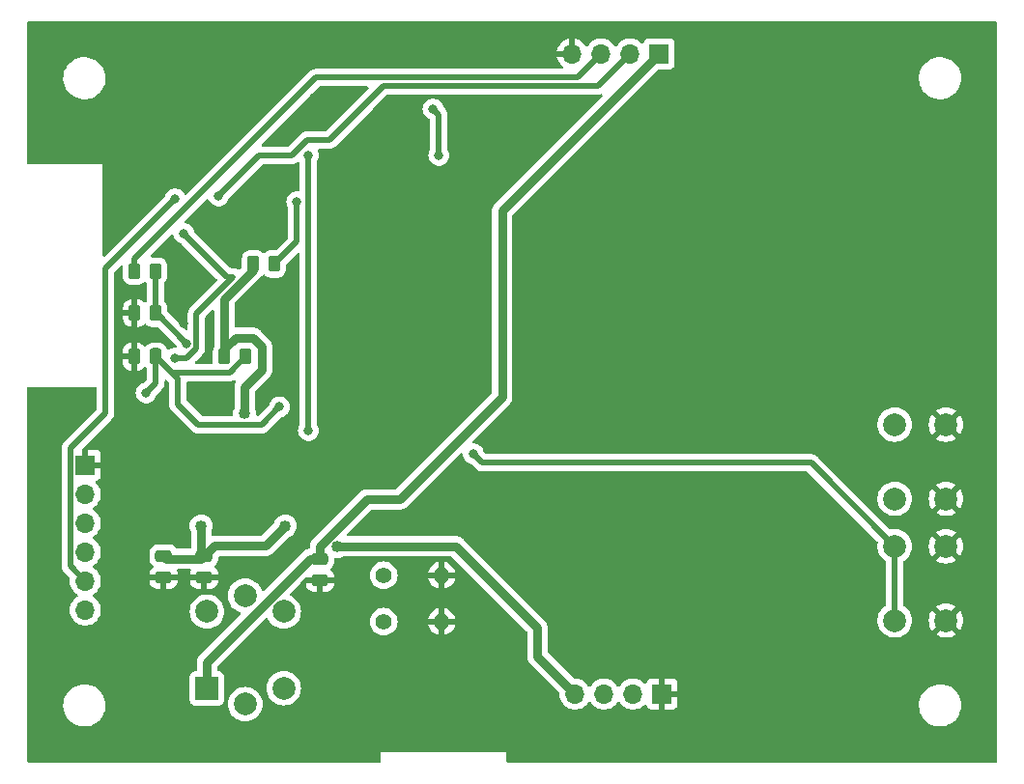
<source format=gbr>
%TF.GenerationSoftware,KiCad,Pcbnew,7.0.10*%
%TF.CreationDate,2024-03-26T13:41:38-05:00*%
%TF.ProjectId,ESP32,45535033-322e-46b6-9963-61645f706362,rev?*%
%TF.SameCoordinates,Original*%
%TF.FileFunction,Copper,L2,Bot*%
%TF.FilePolarity,Positive*%
%FSLAX46Y46*%
G04 Gerber Fmt 4.6, Leading zero omitted, Abs format (unit mm)*
G04 Created by KiCad (PCBNEW 7.0.10) date 2024-03-26 13:41:38*
%MOMM*%
%LPD*%
G01*
G04 APERTURE LIST*
G04 Aperture macros list*
%AMRoundRect*
0 Rectangle with rounded corners*
0 $1 Rounding radius*
0 $2 $3 $4 $5 $6 $7 $8 $9 X,Y pos of 4 corners*
0 Add a 4 corners polygon primitive as box body*
4,1,4,$2,$3,$4,$5,$6,$7,$8,$9,$2,$3,0*
0 Add four circle primitives for the rounded corners*
1,1,$1+$1,$2,$3*
1,1,$1+$1,$4,$5*
1,1,$1+$1,$6,$7*
1,1,$1+$1,$8,$9*
0 Add four rect primitives between the rounded corners*
20,1,$1+$1,$2,$3,$4,$5,0*
20,1,$1+$1,$4,$5,$6,$7,0*
20,1,$1+$1,$6,$7,$8,$9,0*
20,1,$1+$1,$8,$9,$2,$3,0*%
G04 Aperture macros list end*
%TA.AperFunction,ComponentPad*%
%ADD10R,1.700000X1.700000*%
%TD*%
%TA.AperFunction,ComponentPad*%
%ADD11O,1.700000X1.700000*%
%TD*%
%TA.AperFunction,ComponentPad*%
%ADD12C,2.000000*%
%TD*%
%TA.AperFunction,SMDPad,CuDef*%
%ADD13RoundRect,0.250000X-0.262500X-0.450000X0.262500X-0.450000X0.262500X0.450000X-0.262500X0.450000X0*%
%TD*%
%TA.AperFunction,SMDPad,CuDef*%
%ADD14RoundRect,0.250000X-0.475000X0.250000X-0.475000X-0.250000X0.475000X-0.250000X0.475000X0.250000X0*%
%TD*%
%TA.AperFunction,SMDPad,CuDef*%
%ADD15RoundRect,0.250000X0.262500X0.450000X-0.262500X0.450000X-0.262500X-0.450000X0.262500X-0.450000X0*%
%TD*%
%TA.AperFunction,SMDPad,CuDef*%
%ADD16RoundRect,0.250000X0.250000X0.475000X-0.250000X0.475000X-0.250000X-0.475000X0.250000X-0.475000X0*%
%TD*%
%TA.AperFunction,ComponentPad*%
%ADD17C,1.400000*%
%TD*%
%TA.AperFunction,ComponentPad*%
%ADD18O,1.400000X1.400000*%
%TD*%
%TA.AperFunction,ComponentPad*%
%ADD19R,2.000000X2.000000*%
%TD*%
%TA.AperFunction,ViaPad*%
%ADD20C,0.800000*%
%TD*%
%TA.AperFunction,ViaPad*%
%ADD21C,1.016000*%
%TD*%
%TA.AperFunction,Conductor*%
%ADD22C,0.762000*%
%TD*%
%TA.AperFunction,Conductor*%
%ADD23C,0.508000*%
%TD*%
G04 APERTURE END LIST*
D10*
%TO.P,USB_UART1,1,Pin_1*%
%TO.N,GND*%
X84582000Y-106934000D03*
D11*
%TO.P,USB_UART1,2,Pin_2*%
%TO.N,unconnected-(USB_UART1-Pin_2-Pad2)*%
X84582000Y-109474000D03*
%TO.P,USB_UART1,3,Pin_3*%
%TO.N,unconnected-(USB_UART1-Pin_3-Pad3)*%
X84582000Y-112014000D03*
%TO.P,USB_UART1,4,Pin_4*%
%TO.N,/TX*%
X84582000Y-114554000D03*
%TO.P,USB_UART1,5,Pin_5*%
%TO.N,/RX*%
X84582000Y-117094000D03*
%TO.P,USB_UART1,6,Pin_6*%
%TO.N,unconnected-(USB_UART1-Pin_6-Pad6)*%
X84582000Y-119634000D03*
%TD*%
D12*
%TO.P,SW1,1,1*%
%TO.N,GND*%
X160020000Y-114046000D03*
X160020000Y-120546000D03*
%TO.P,SW1,2,2*%
%TO.N,/CHIP_PU*%
X155520000Y-114046000D03*
X155520000Y-120546000D03*
%TD*%
%TO.P,SW2,1,1*%
%TO.N,GND*%
X160020000Y-103378000D03*
X160020000Y-109878000D03*
%TO.P,SW2,2,2*%
%TO.N,/GPIO0_STRAPPING*%
X155520000Y-103378000D03*
X155520000Y-109878000D03*
%TD*%
D11*
%TO.P,HC-SR4,4,Pin_4*%
%TO.N,GND*%
X127254000Y-70866000D03*
%TO.P,HC-SR4,3,Pin_3*%
%TO.N,Net-(HC-SR4-Pin_3)*%
X129794000Y-70866000D03*
%TO.P,HC-SR4,2,Pin_2*%
%TO.N,/Trig*%
X132334000Y-70866000D03*
D10*
%TO.P,HC-SR4,1,Pin_1*%
%TO.N,+5V*%
X134874000Y-70866000D03*
%TD*%
D13*
%TO.P,R7,1*%
%TO.N,+3V3*%
X96791500Y-97409000D03*
%TO.P,R7,2*%
%TO.N,/CHIP_PU*%
X98616500Y-97409000D03*
%TD*%
%TO.P,R10,1*%
%TO.N,Net-(HC-SR4-Pin_3)*%
X88900000Y-89916000D03*
%TO.P,R10,2*%
%TO.N,/Echo*%
X90725000Y-89916000D03*
%TD*%
D14*
%TO.P,C3,1*%
%TO.N,+3V3*%
X94996000Y-114874000D03*
%TO.P,C3,2*%
%TO.N,GND*%
X94996000Y-116774000D03*
%TD*%
%TO.P,C5,1*%
%TO.N,+5V*%
X105156000Y-115128000D03*
%TO.P,C5,2*%
%TO.N,GND*%
X105156000Y-117028000D03*
%TD*%
%TO.P,C4,2*%
%TO.N,GND*%
X91440000Y-116774000D03*
%TO.P,C4,1*%
%TO.N,+3V3*%
X91440000Y-114874000D03*
%TD*%
D15*
%TO.P,R11,1*%
%TO.N,/Echo*%
X90742500Y-93599000D03*
%TO.P,R11,2*%
%TO.N,GND*%
X88917500Y-93599000D03*
%TD*%
D16*
%TO.P,C1,1*%
%TO.N,/CHIP_PU*%
X90762500Y-97409000D03*
%TO.P,C1,2*%
%TO.N,GND*%
X88862500Y-97409000D03*
%TD*%
D13*
%TO.P,R8,1*%
%TO.N,+3V3*%
X99331500Y-89281000D03*
%TO.P,R8,2*%
%TO.N,/GPIO0_STRAPPING*%
X101156500Y-89281000D03*
%TD*%
D10*
%TO.P,DHT22,1,Pin_1*%
%TO.N,GND*%
X135128000Y-127000000D03*
D11*
%TO.P,DHT22,2,Pin_2*%
%TO.N,unconnected-(DHT22-Pin_2-Pad2)*%
X132588000Y-127000000D03*
%TO.P,DHT22,3,Pin_3*%
%TO.N,/S*%
X130048000Y-127000000D03*
%TO.P,DHT22,4,Pin_4*%
%TO.N,+3V3*%
X127508000Y-127000000D03*
%TD*%
D17*
%TO.P,R1,1*%
%TO.N,Net-(MQ135-VH-)*%
X110744000Y-116586000D03*
D18*
%TO.P,R1,2*%
%TO.N,GND*%
X115824000Y-116586000D03*
%TD*%
D17*
%TO.P,R4,1*%
%TO.N,Net-(MQ135-VH-)*%
X110744000Y-120650000D03*
D18*
%TO.P,R4,2*%
%TO.N,GND*%
X115824000Y-120650000D03*
%TD*%
D12*
%TO.P,MQ135,6,A1*%
%TO.N,/A0*%
X95250000Y-119772000D03*
%TO.P,MQ135,5,VH-*%
%TO.N,Net-(MQ135-VH-)*%
X98610000Y-118382000D03*
%TO.P,MQ135,4,A2*%
%TO.N,/A0*%
X101970000Y-119772000D03*
%TO.P,MQ135,3,B2*%
%TO.N,+5V*%
X101970000Y-126492000D03*
%TO.P,MQ135,2,VH+*%
X98610000Y-127882000D03*
D19*
%TO.P,MQ135,1,B1*%
X95250000Y-126492000D03*
%TD*%
D20*
%TO.N,GND*%
X131826000Y-79756000D03*
X147497604Y-76451415D03*
X157480000Y-85090000D03*
X148336000Y-123190000D03*
X108458000Y-104902000D03*
X104902000Y-109728000D03*
%TO.N,Net-(R2-Pad2)*%
X104140000Y-103886000D03*
X104140000Y-79756000D03*
%TO.N,/CHIP_PU*%
X101600000Y-101821800D03*
X118580000Y-105918000D03*
X89916000Y-100584000D03*
%TO.N,GND*%
X91186000Y-101092000D03*
X101092000Y-86868000D03*
X138684000Y-114300000D03*
X88138000Y-84074000D03*
X115570000Y-103632000D03*
X123444000Y-114808000D03*
X89916000Y-79248000D03*
X103124000Y-121920000D03*
X92202000Y-88392000D03*
X81534000Y-122428000D03*
X114554000Y-110998000D03*
X95504000Y-96012000D03*
X138684000Y-101092000D03*
X121666000Y-109728000D03*
X81280000Y-102108000D03*
X101346000Y-115570000D03*
X102108000Y-92456000D03*
X94234000Y-101092000D03*
X104648000Y-74676000D03*
X116586000Y-124460000D03*
X122682000Y-91948000D03*
X139446000Y-84328000D03*
X90932000Y-122428000D03*
X117094000Y-107188000D03*
X114554000Y-89662000D03*
X97282000Y-88138000D03*
X92710000Y-112522000D03*
X93218000Y-94488000D03*
X101346000Y-73406000D03*
X98044000Y-85344000D03*
X103886000Y-71120000D03*
X90170000Y-73914000D03*
%TO.N,/GPIO0_STRAPPING*%
X115570000Y-79756000D03*
X103124000Y-83820000D03*
X115062000Y-75692000D03*
D21*
%TO.N,+3V3*%
X106680000Y-114047000D03*
X94742000Y-112268000D03*
X98552000Y-102416000D03*
X102108000Y-112268000D03*
D20*
%TO.N,/Trig*%
X96266000Y-83312000D03*
X92456000Y-97536000D03*
X93218000Y-86614000D03*
%TO.N,/Echo*%
X93472000Y-96266000D03*
%TO.N,/RX*%
X92456000Y-83566000D03*
%TD*%
D22*
%TO.N,+3V3*%
X124206000Y-123698000D02*
X124206000Y-121158000D01*
X127508000Y-127000000D02*
X124206000Y-123698000D01*
X124206000Y-121158000D02*
X117095000Y-114047000D01*
X117095000Y-114047000D02*
X106680000Y-114047000D01*
D23*
%TO.N,/CHIP_PU*%
X148206000Y-106732000D02*
X155520000Y-114046000D01*
X119394000Y-106732000D02*
X148206000Y-106732000D01*
X118580000Y-105918000D02*
X119394000Y-106732000D01*
X155520000Y-114046000D02*
X155520000Y-120546000D01*
%TO.N,/RX*%
X86360000Y-89662000D02*
X92456000Y-83566000D01*
X83278000Y-105444000D02*
X86360000Y-102362000D01*
X83278000Y-115790000D02*
X83278000Y-105444000D01*
X84582000Y-117094000D02*
X83278000Y-115790000D01*
X86360000Y-102362000D02*
X86360000Y-89662000D01*
%TO.N,Net-(HC-SR4-Pin_3)*%
X127708000Y-72952000D02*
X129794000Y-70866000D01*
X104801466Y-72952000D02*
X127708000Y-72952000D01*
X88900000Y-88853466D02*
X104801466Y-72952000D01*
X88900000Y-89916000D02*
X88900000Y-88853466D01*
%TO.N,/Trig*%
X105948000Y-78441264D02*
X110729264Y-73660000D01*
X103992997Y-78441264D02*
X105948000Y-78441264D01*
X129540000Y-73660000D02*
X132334000Y-70866000D01*
X102678261Y-79756000D02*
X103992997Y-78441264D01*
X99822000Y-79756000D02*
X102678261Y-79756000D01*
X110729264Y-73660000D02*
X129540000Y-73660000D01*
X96266000Y-83312000D02*
X99822000Y-79756000D01*
D22*
%TO.N,+5V*%
X121123000Y-84617000D02*
X134874000Y-70866000D01*
X109258921Y-109928000D02*
X112170662Y-109928000D01*
X112170662Y-109928000D02*
X121123000Y-100975662D01*
X121123000Y-100975662D02*
X121123000Y-84617000D01*
X105156000Y-114030921D02*
X109258921Y-109928000D01*
X105156000Y-115128000D02*
X105156000Y-114030921D01*
D23*
%TO.N,Net-(R2-Pad2)*%
X104140000Y-103886000D02*
X104140000Y-79756000D01*
%TO.N,/CHIP_PU*%
X92710000Y-101600000D02*
X92710000Y-99356500D01*
X100043800Y-103378000D02*
X94488000Y-103378000D01*
X94488000Y-103378000D02*
X92710000Y-101600000D01*
X101600000Y-101821800D02*
X100043800Y-103378000D01*
X92710000Y-99356500D02*
X92159500Y-98806000D01*
D22*
%TO.N,+5V*%
X104328000Y-115128000D02*
X105156000Y-115128000D01*
X95250000Y-124206000D02*
X104328000Y-115128000D01*
X95250000Y-126492000D02*
X95250000Y-124206000D01*
%TO.N,+3V3*%
X94742000Y-114620000D02*
X94996000Y-114874000D01*
X94742000Y-112268000D02*
X94742000Y-114620000D01*
X91440000Y-114874000D02*
X91694000Y-115128000D01*
X91694000Y-115128000D02*
X94742000Y-115128000D01*
X94742000Y-115128000D02*
X94996000Y-114874000D01*
X95862000Y-114008000D02*
X98806000Y-114008000D01*
X94996000Y-114874000D02*
X95862000Y-114008000D01*
D23*
%TO.N,/CHIP_PU*%
X90762500Y-97409000D02*
X90762500Y-99737500D01*
X90762500Y-97409000D02*
X92159500Y-98806000D01*
X97219500Y-98806000D02*
X98616500Y-97409000D01*
X92159500Y-98806000D02*
X97219500Y-98806000D01*
X90762500Y-99737500D02*
X89916000Y-100584000D01*
%TO.N,/GPIO0_STRAPPING*%
X101156500Y-89281000D02*
X103124000Y-87313500D01*
X115570000Y-79756000D02*
X115570000Y-76200000D01*
X103124000Y-87313500D02*
X103124000Y-83820000D01*
X115570000Y-76200000D02*
X115062000Y-75692000D01*
D22*
%TO.N,+3V3*%
X97742500Y-95758000D02*
X96791500Y-96709000D01*
X100368000Y-114008000D02*
X102108000Y-112268000D01*
X99331500Y-89809368D02*
X99331500Y-89281000D01*
X96791500Y-92349368D02*
X99331500Y-89809368D01*
X100076000Y-98552000D02*
X100076000Y-96520000D01*
X96791500Y-93599000D02*
X96791500Y-92349368D01*
X98552000Y-100076000D02*
X100076000Y-98552000D01*
X96791500Y-97409000D02*
X96791500Y-93599000D01*
X96791500Y-96709000D02*
X96791500Y-97409000D01*
X98806000Y-114008000D02*
X100076000Y-114008000D01*
X98806000Y-114008000D02*
X100368000Y-114008000D01*
X99314000Y-95758000D02*
X97742500Y-95758000D01*
X98552000Y-102416000D02*
X98552000Y-100076000D01*
X100076000Y-96520000D02*
X99314000Y-95758000D01*
D23*
%TO.N,/Trig*%
X93472000Y-97536000D02*
X92456000Y-97536000D01*
X97013000Y-90409000D02*
X93218000Y-86614000D01*
X94326000Y-93634000D02*
X94326000Y-96682000D01*
X94326000Y-96682000D02*
X93472000Y-97536000D01*
X97551000Y-90409000D02*
X94326000Y-93634000D01*
X97551000Y-90409000D02*
X97013000Y-90409000D01*
%TO.N,/Echo*%
X90742500Y-89933500D02*
X90725000Y-89916000D01*
X90742500Y-93599000D02*
X90805000Y-93599000D01*
X90742500Y-93599000D02*
X90742500Y-89933500D01*
X90805000Y-93599000D02*
X93472000Y-96266000D01*
%TD*%
%TA.AperFunction,Conductor*%
%TO.N,GND*%
G36*
X164441621Y-68020502D02*
G01*
X164488114Y-68074158D01*
X164499500Y-68126500D01*
X164499500Y-132873500D01*
X164479498Y-132941621D01*
X164425842Y-132988114D01*
X164373500Y-132999500D01*
X121626500Y-132999500D01*
X121558379Y-132979498D01*
X121511886Y-132925842D01*
X121500500Y-132873500D01*
X121500500Y-132125157D01*
X121500528Y-132125014D01*
X121500524Y-132125014D01*
X121500539Y-132100002D01*
X121500541Y-132100000D01*
X121500383Y-132099617D01*
X121500381Y-132099616D01*
X121500380Y-132099615D01*
X121500305Y-132099584D01*
X121500096Y-132099498D01*
X121500002Y-132099459D01*
X121475048Y-132099459D01*
X121474842Y-132099500D01*
X110525158Y-132099500D01*
X110524952Y-132099459D01*
X110499998Y-132099459D01*
X110499901Y-132099499D01*
X110499696Y-132099584D01*
X110499618Y-132099615D01*
X110499617Y-132099617D01*
X110499459Y-132100000D01*
X110499476Y-132125014D01*
X110499471Y-132125014D01*
X110499500Y-132125157D01*
X110499500Y-132873500D01*
X110479498Y-132941621D01*
X110425842Y-132988114D01*
X110373500Y-132999500D01*
X79626500Y-132999500D01*
X79558379Y-132979498D01*
X79511886Y-132925842D01*
X79500500Y-132873500D01*
X79500500Y-128067765D01*
X82645788Y-128067765D01*
X82675412Y-128337014D01*
X82743928Y-128599090D01*
X82849869Y-128848389D01*
X82849870Y-128848390D01*
X82990982Y-129079610D01*
X83164255Y-129287820D01*
X83164257Y-129287822D01*
X83164259Y-129287824D01*
X83314117Y-129422097D01*
X83365998Y-129468582D01*
X83591910Y-129618044D01*
X83837176Y-129733020D01*
X84096569Y-129811060D01*
X84096572Y-129811060D01*
X84096574Y-129811061D01*
X84364557Y-129850500D01*
X84364561Y-129850500D01*
X84567631Y-129850500D01*
X84770156Y-129835677D01*
X84770160Y-129835676D01*
X84770161Y-129835676D01*
X84880665Y-129811060D01*
X85034553Y-129776780D01*
X85287558Y-129680014D01*
X85523777Y-129547441D01*
X85738177Y-129381888D01*
X85926186Y-129186881D01*
X86083799Y-128966579D01*
X86184138Y-128771419D01*
X86207656Y-128725675D01*
X86207657Y-128725672D01*
X86295116Y-128469310D01*
X86295118Y-128469305D01*
X86322429Y-128321444D01*
X86344318Y-128202941D01*
X86344319Y-128202930D01*
X86354212Y-127932235D01*
X86332863Y-127738204D01*
X86324587Y-127662985D01*
X86256071Y-127400909D01*
X86150130Y-127151610D01*
X86009018Y-126920390D01*
X85835745Y-126712180D01*
X85835741Y-126712177D01*
X85835740Y-126712175D01*
X85634012Y-126531427D01*
X85634002Y-126531418D01*
X85408090Y-126381956D01*
X85162824Y-126266980D01*
X85005392Y-126219615D01*
X84903425Y-126188938D01*
X84635442Y-126149500D01*
X84635439Y-126149500D01*
X84432369Y-126149500D01*
X84229839Y-126164323D01*
X84229838Y-126164323D01*
X83965456Y-126223217D01*
X83965441Y-126223222D01*
X83712441Y-126319986D01*
X83476229Y-126452555D01*
X83476225Y-126452557D01*
X83261818Y-126618116D01*
X83073815Y-126813117D01*
X83073810Y-126813123D01*
X82916203Y-127033417D01*
X82916196Y-127033427D01*
X82792343Y-127274324D01*
X82792342Y-127274327D01*
X82704883Y-127530689D01*
X82704880Y-127530702D01*
X82655681Y-127797058D01*
X82655680Y-127797069D01*
X82645788Y-128067765D01*
X79500500Y-128067765D01*
X79500500Y-100202000D01*
X79520502Y-100133879D01*
X79574158Y-100087386D01*
X79626500Y-100076000D01*
X85471500Y-100076000D01*
X85539621Y-100096002D01*
X85586114Y-100149658D01*
X85597500Y-100202000D01*
X85597500Y-101993971D01*
X85577498Y-102062092D01*
X85560595Y-102083066D01*
X82784602Y-104859058D01*
X82770753Y-104871028D01*
X82751179Y-104885601D01*
X82751176Y-104885603D01*
X82718820Y-104924163D01*
X82711409Y-104932252D01*
X82707427Y-104936234D01*
X82707421Y-104936241D01*
X82687884Y-104960948D01*
X82685576Y-104963782D01*
X82636604Y-105022147D01*
X82632574Y-105028275D01*
X82632523Y-105028242D01*
X82628405Y-105034706D01*
X82628455Y-105034737D01*
X82624605Y-105040978D01*
X82592394Y-105110054D01*
X82590798Y-105113351D01*
X82556605Y-105181434D01*
X82554095Y-105188332D01*
X82554039Y-105188311D01*
X82551525Y-105195545D01*
X82551582Y-105195564D01*
X82549273Y-105202529D01*
X82533865Y-105277148D01*
X82533073Y-105280722D01*
X82515500Y-105354874D01*
X82514648Y-105362167D01*
X82514587Y-105362159D01*
X82513809Y-105369773D01*
X82513871Y-105369779D01*
X82513231Y-105377090D01*
X82515447Y-105453254D01*
X82515500Y-105456918D01*
X82515500Y-115725271D01*
X82514170Y-115743530D01*
X82510634Y-115767668D01*
X82510634Y-115767673D01*
X82515021Y-115817817D01*
X82515500Y-115828797D01*
X82515500Y-115834420D01*
X82519155Y-115865696D01*
X82519527Y-115869337D01*
X82526168Y-115945236D01*
X82527652Y-115952423D01*
X82527593Y-115952435D01*
X82529251Y-115959916D01*
X82529310Y-115959903D01*
X82531002Y-115967043D01*
X82557070Y-116038666D01*
X82558272Y-116042126D01*
X82582234Y-116114438D01*
X82585335Y-116121088D01*
X82585280Y-116121113D01*
X82588619Y-116128010D01*
X82588673Y-116127983D01*
X82591964Y-116134537D01*
X82633850Y-116198222D01*
X82635807Y-116201292D01*
X82675812Y-116266149D01*
X82675813Y-116266150D01*
X82675815Y-116266153D01*
X82680362Y-116271903D01*
X82680314Y-116271940D01*
X82685154Y-116277881D01*
X82685200Y-116277843D01*
X82689915Y-116283462D01*
X82745375Y-116335787D01*
X82748003Y-116338340D01*
X83199341Y-116789678D01*
X83233367Y-116851990D01*
X83235816Y-116889178D01*
X83218844Y-117093999D01*
X83218844Y-117094000D01*
X83234422Y-117282000D01*
X83237437Y-117318375D01*
X83292702Y-117536612D01*
X83292703Y-117536613D01*
X83292704Y-117536616D01*
X83336555Y-117636587D01*
X83383141Y-117742793D01*
X83506275Y-117931265D01*
X83506279Y-117931270D01*
X83658762Y-118096908D01*
X83667288Y-118103544D01*
X83836424Y-118235189D01*
X83869680Y-118253186D01*
X83920071Y-118303200D01*
X83935423Y-118372516D01*
X83910862Y-118439129D01*
X83869680Y-118474813D01*
X83836426Y-118492810D01*
X83836424Y-118492811D01*
X83658762Y-118631091D01*
X83506279Y-118796729D01*
X83506275Y-118796734D01*
X83383141Y-118985206D01*
X83292703Y-119191386D01*
X83292702Y-119191387D01*
X83237437Y-119409624D01*
X83237436Y-119409630D01*
X83237436Y-119409632D01*
X83218844Y-119634000D01*
X83234348Y-119821105D01*
X83237437Y-119858375D01*
X83292702Y-120076612D01*
X83292703Y-120076613D01*
X83292704Y-120076616D01*
X83332379Y-120167066D01*
X83383141Y-120282793D01*
X83506275Y-120471265D01*
X83506279Y-120471270D01*
X83658762Y-120636908D01*
X83690250Y-120661416D01*
X83836424Y-120775189D01*
X84034426Y-120882342D01*
X84034427Y-120882342D01*
X84034428Y-120882343D01*
X84110406Y-120908426D01*
X84247365Y-120955444D01*
X84469431Y-120992500D01*
X84469435Y-120992500D01*
X84694565Y-120992500D01*
X84694569Y-120992500D01*
X84916635Y-120955444D01*
X85129574Y-120882342D01*
X85327576Y-120775189D01*
X85505240Y-120636906D01*
X85657722Y-120471268D01*
X85780860Y-120282791D01*
X85871296Y-120076616D01*
X85926564Y-119858368D01*
X85933721Y-119772000D01*
X93736835Y-119772000D01*
X93755465Y-120008711D01*
X93772235Y-120078562D01*
X93810894Y-120239592D01*
X93881344Y-120409673D01*
X93901760Y-120458963D01*
X94025160Y-120660333D01*
X94025825Y-120661417D01*
X94025826Y-120661419D01*
X94180030Y-120841969D01*
X94360580Y-120996173D01*
X94360584Y-120996176D01*
X94563037Y-121120240D01*
X94782406Y-121211105D01*
X95013289Y-121266535D01*
X95250000Y-121285165D01*
X95486711Y-121266535D01*
X95717594Y-121211105D01*
X95936963Y-121120240D01*
X96139416Y-120996176D01*
X96319969Y-120841969D01*
X96474176Y-120661416D01*
X96598240Y-120458963D01*
X96689105Y-120239594D01*
X96744535Y-120008711D01*
X96763165Y-119772000D01*
X96744535Y-119535289D01*
X96689105Y-119304406D01*
X96598240Y-119085037D01*
X96474176Y-118882584D01*
X96446000Y-118849594D01*
X96319969Y-118702030D01*
X96139419Y-118547826D01*
X96139417Y-118547825D01*
X96139416Y-118547824D01*
X95936963Y-118423760D01*
X95813249Y-118372516D01*
X95717592Y-118332894D01*
X95559651Y-118294976D01*
X95486711Y-118277465D01*
X95250000Y-118258835D01*
X95013289Y-118277465D01*
X94782407Y-118332894D01*
X94563038Y-118423759D01*
X94360582Y-118547825D01*
X94360580Y-118547826D01*
X94180030Y-118702030D01*
X94025826Y-118882580D01*
X94025825Y-118882582D01*
X93901759Y-119085038D01*
X93810894Y-119304407D01*
X93761413Y-119510513D01*
X93755465Y-119535289D01*
X93736835Y-119772000D01*
X85933721Y-119772000D01*
X85945156Y-119634000D01*
X85926564Y-119409632D01*
X85926562Y-119409624D01*
X85871297Y-119191387D01*
X85871296Y-119191386D01*
X85871296Y-119191384D01*
X85780860Y-118985209D01*
X85713811Y-118882582D01*
X85657724Y-118796734D01*
X85657720Y-118796729D01*
X85505237Y-118631091D01*
X85398256Y-118547824D01*
X85327576Y-118492811D01*
X85294319Y-118474813D01*
X85243929Y-118424802D01*
X85228576Y-118355485D01*
X85253136Y-118288872D01*
X85294320Y-118253186D01*
X85327576Y-118235189D01*
X85505240Y-118096906D01*
X85657722Y-117931268D01*
X85780860Y-117742791D01*
X85871296Y-117536616D01*
X85926564Y-117318368D01*
X85945156Y-117094000D01*
X85939687Y-117028000D01*
X90207000Y-117028000D01*
X90207000Y-117074516D01*
X90217605Y-117178318D01*
X90217606Y-117178321D01*
X90273342Y-117346525D01*
X90366365Y-117497339D01*
X90366370Y-117497345D01*
X90491654Y-117622629D01*
X90491660Y-117622634D01*
X90642474Y-117715657D01*
X90810678Y-117771393D01*
X90810681Y-117771394D01*
X90914483Y-117781999D01*
X90914483Y-117782000D01*
X91186000Y-117782000D01*
X91186000Y-117028000D01*
X91694000Y-117028000D01*
X91694000Y-117782000D01*
X91965517Y-117782000D01*
X91965516Y-117781999D01*
X92069318Y-117771394D01*
X92069321Y-117771393D01*
X92237525Y-117715657D01*
X92388339Y-117622634D01*
X92388345Y-117622629D01*
X92513629Y-117497345D01*
X92513634Y-117497339D01*
X92606657Y-117346525D01*
X92662393Y-117178321D01*
X92662394Y-117178318D01*
X92672999Y-117074516D01*
X92673000Y-117074516D01*
X92673000Y-117028000D01*
X93763000Y-117028000D01*
X93763000Y-117074516D01*
X93773605Y-117178318D01*
X93773606Y-117178321D01*
X93829342Y-117346525D01*
X93922365Y-117497339D01*
X93922370Y-117497345D01*
X94047654Y-117622629D01*
X94047660Y-117622634D01*
X94198474Y-117715657D01*
X94366678Y-117771393D01*
X94366681Y-117771394D01*
X94470483Y-117781999D01*
X94470483Y-117782000D01*
X94742000Y-117782000D01*
X94742000Y-117028000D01*
X95250000Y-117028000D01*
X95250000Y-117782000D01*
X95521517Y-117782000D01*
X95521516Y-117781999D01*
X95625318Y-117771394D01*
X95625321Y-117771393D01*
X95793525Y-117715657D01*
X95944339Y-117622634D01*
X95944345Y-117622629D01*
X96069629Y-117497345D01*
X96069634Y-117497339D01*
X96162657Y-117346525D01*
X96218393Y-117178321D01*
X96218394Y-117178318D01*
X96228999Y-117074516D01*
X96229000Y-117074516D01*
X96229000Y-117028000D01*
X95250000Y-117028000D01*
X94742000Y-117028000D01*
X93763000Y-117028000D01*
X92673000Y-117028000D01*
X91694000Y-117028000D01*
X91186000Y-117028000D01*
X90207000Y-117028000D01*
X85939687Y-117028000D01*
X85926564Y-116869632D01*
X85871296Y-116651384D01*
X85780860Y-116445209D01*
X85746045Y-116391921D01*
X85657724Y-116256734D01*
X85657720Y-116256729D01*
X85537890Y-116126561D01*
X85505240Y-116091094D01*
X85505239Y-116091093D01*
X85505237Y-116091091D01*
X85395026Y-116005310D01*
X85327576Y-115952811D01*
X85326881Y-115952435D01*
X85294320Y-115934814D01*
X85243929Y-115884802D01*
X85228576Y-115815485D01*
X85253136Y-115748872D01*
X85294320Y-115713186D01*
X85327576Y-115695189D01*
X85505240Y-115556906D01*
X85657722Y-115391268D01*
X85780860Y-115202791D01*
X85793250Y-115174544D01*
X90206500Y-115174544D01*
X90217112Y-115278425D01*
X90272885Y-115446738D01*
X90365970Y-115597652D01*
X90365975Y-115597658D01*
X90491345Y-115723028D01*
X90494450Y-115725483D01*
X90496027Y-115727710D01*
X90496537Y-115728220D01*
X90496449Y-115728307D01*
X90535481Y-115783422D01*
X90538673Y-115854347D01*
X90503014Y-115915739D01*
X90494454Y-115923157D01*
X90491654Y-115925370D01*
X90366370Y-116050654D01*
X90366365Y-116050660D01*
X90273342Y-116201474D01*
X90217606Y-116369678D01*
X90217605Y-116369681D01*
X90207000Y-116473483D01*
X90207000Y-116520000D01*
X92673000Y-116520000D01*
X92673000Y-116473483D01*
X92662394Y-116369681D01*
X92662393Y-116369678D01*
X92606656Y-116201473D01*
X92604455Y-116196752D01*
X92593793Y-116126561D01*
X92622771Y-116061748D01*
X92682190Y-116022890D01*
X92718649Y-116017500D01*
X93717351Y-116017500D01*
X93785472Y-116037502D01*
X93831965Y-116091158D01*
X93842069Y-116161432D01*
X93831545Y-116196752D01*
X93829343Y-116201473D01*
X93773606Y-116369678D01*
X93773605Y-116369681D01*
X93763000Y-116473483D01*
X93763000Y-116520000D01*
X96229000Y-116520000D01*
X96229000Y-116473483D01*
X96218394Y-116369681D01*
X96218393Y-116369678D01*
X96162657Y-116201474D01*
X96069634Y-116050660D01*
X96069629Y-116050654D01*
X95944344Y-115925369D01*
X95941551Y-115923161D01*
X95940131Y-115921156D01*
X95939150Y-115920175D01*
X95939317Y-115920007D01*
X95900519Y-115865222D01*
X95897325Y-115794298D01*
X95932983Y-115732905D01*
X95941554Y-115725478D01*
X95944639Y-115723037D01*
X95944652Y-115723030D01*
X96070030Y-115597652D01*
X96163115Y-115446738D01*
X96218887Y-115278426D01*
X96229500Y-115174545D01*
X96229499Y-115023499D01*
X96249501Y-114955380D01*
X96303156Y-114908887D01*
X96355499Y-114897500D01*
X98759380Y-114897500D01*
X100288075Y-114897500D01*
X100307785Y-114899050D01*
X100321190Y-114901174D01*
X100387999Y-114897672D01*
X100394593Y-114897500D01*
X100414612Y-114897500D01*
X100414620Y-114897500D01*
X100434578Y-114895401D01*
X100441041Y-114894892D01*
X100507915Y-114891389D01*
X100521020Y-114887876D01*
X100540471Y-114884272D01*
X100553956Y-114882855D01*
X100553958Y-114882854D01*
X100553960Y-114882854D01*
X100617573Y-114862184D01*
X100623902Y-114860309D01*
X100688520Y-114842995D01*
X100688519Y-114842995D01*
X100688524Y-114842994D01*
X100700613Y-114836833D01*
X100718877Y-114829268D01*
X100731785Y-114825075D01*
X100731788Y-114825073D01*
X100731789Y-114825073D01*
X100748329Y-114815522D01*
X100789729Y-114791619D01*
X100795489Y-114788491D01*
X100855125Y-114758107D01*
X100865671Y-114749565D01*
X100881959Y-114738371D01*
X100893715Y-114731585D01*
X100893718Y-114731581D01*
X100893720Y-114731581D01*
X100943427Y-114686824D01*
X100948434Y-114682545D01*
X100964006Y-114669937D01*
X100978178Y-114655763D01*
X100982949Y-114651237D01*
X101032664Y-114606475D01*
X101032665Y-114606473D01*
X101032669Y-114606470D01*
X101040654Y-114595478D01*
X101053483Y-114580458D01*
X102366602Y-113267339D01*
X102419117Y-113235862D01*
X102498880Y-113211667D01*
X102675469Y-113117278D01*
X102830252Y-112990252D01*
X102957278Y-112835469D01*
X103051667Y-112658880D01*
X103109792Y-112467269D01*
X103129418Y-112268000D01*
X103126500Y-112238375D01*
X103109793Y-112068738D01*
X103109793Y-112068736D01*
X103109792Y-112068733D01*
X103109792Y-112068731D01*
X103051667Y-111877120D01*
X102957278Y-111700531D01*
X102830252Y-111545748D01*
X102675469Y-111418722D01*
X102675467Y-111418721D01*
X102675466Y-111418720D01*
X102498883Y-111324334D01*
X102498877Y-111324332D01*
X102307262Y-111266206D01*
X102108003Y-111246582D01*
X102107997Y-111246582D01*
X101908738Y-111266206D01*
X101908736Y-111266206D01*
X101717122Y-111324332D01*
X101717116Y-111324334D01*
X101540533Y-111418720D01*
X101385748Y-111545748D01*
X101258720Y-111700533D01*
X101164334Y-111877117D01*
X101140137Y-111956880D01*
X101108658Y-112009397D01*
X100036460Y-113081596D01*
X99974150Y-113115620D01*
X99947367Y-113118500D01*
X95941925Y-113118500D01*
X95922214Y-113116949D01*
X95908805Y-113114825D01*
X95843850Y-113118230D01*
X95842000Y-113118327D01*
X95835407Y-113118500D01*
X95815372Y-113118500D01*
X95795462Y-113120593D01*
X95788886Y-113121110D01*
X95764093Y-113122409D01*
X95695019Y-113105999D01*
X95645782Y-113054849D01*
X95631500Y-112996582D01*
X95631500Y-112791780D01*
X95646378Y-112732384D01*
X95685667Y-112658880D01*
X95743792Y-112467269D01*
X95763418Y-112268000D01*
X95760500Y-112238375D01*
X95743793Y-112068738D01*
X95743793Y-112068736D01*
X95743792Y-112068733D01*
X95743792Y-112068731D01*
X95685667Y-111877120D01*
X95591278Y-111700531D01*
X95464252Y-111545748D01*
X95309469Y-111418722D01*
X95309467Y-111418721D01*
X95309466Y-111418720D01*
X95132883Y-111324334D01*
X95132877Y-111324332D01*
X94941262Y-111266206D01*
X94742003Y-111246582D01*
X94741997Y-111246582D01*
X94542738Y-111266206D01*
X94542736Y-111266206D01*
X94351122Y-111324332D01*
X94351116Y-111324334D01*
X94174533Y-111418720D01*
X94019748Y-111545748D01*
X93892720Y-111700533D01*
X93798334Y-111877116D01*
X93798332Y-111877122D01*
X93740206Y-112068736D01*
X93740206Y-112068738D01*
X93720582Y-112267996D01*
X93720582Y-112268003D01*
X93740206Y-112467261D01*
X93740206Y-112467263D01*
X93798332Y-112658877D01*
X93798334Y-112658882D01*
X93837622Y-112732384D01*
X93852500Y-112791780D01*
X93852500Y-114112500D01*
X93832498Y-114180621D01*
X93778842Y-114227114D01*
X93726500Y-114238500D01*
X92638726Y-114238500D01*
X92570605Y-114218498D01*
X92531486Y-114178648D01*
X92514031Y-114150349D01*
X92514024Y-114150341D01*
X92388658Y-114024975D01*
X92388652Y-114024970D01*
X92360523Y-114007620D01*
X92237738Y-113931885D01*
X92114371Y-113891006D01*
X92069427Y-113876113D01*
X92069420Y-113876112D01*
X91965553Y-113865500D01*
X90914455Y-113865500D01*
X90810574Y-113876112D01*
X90642261Y-113931885D01*
X90491347Y-114024970D01*
X90491341Y-114024975D01*
X90365975Y-114150341D01*
X90365970Y-114150347D01*
X90272885Y-114301262D01*
X90217113Y-114469572D01*
X90217112Y-114469579D01*
X90206500Y-114573446D01*
X90206500Y-115174544D01*
X85793250Y-115174544D01*
X85871296Y-114996616D01*
X85926564Y-114778368D01*
X85945156Y-114554000D01*
X85926564Y-114329632D01*
X85919989Y-114303667D01*
X85871297Y-114111387D01*
X85871296Y-114111386D01*
X85871296Y-114111384D01*
X85780860Y-113905209D01*
X85741501Y-113844965D01*
X85657724Y-113716734D01*
X85657720Y-113716729D01*
X85505237Y-113551091D01*
X85373467Y-113448530D01*
X85327576Y-113412811D01*
X85294319Y-113394813D01*
X85243929Y-113344802D01*
X85228576Y-113275485D01*
X85253136Y-113208872D01*
X85294320Y-113173186D01*
X85296244Y-113172145D01*
X85327576Y-113155189D01*
X85505240Y-113016906D01*
X85657722Y-112851268D01*
X85780860Y-112662791D01*
X85871296Y-112456616D01*
X85926564Y-112238368D01*
X85945156Y-112014000D01*
X85926564Y-111789632D01*
X85871296Y-111571384D01*
X85780860Y-111365209D01*
X85754155Y-111324334D01*
X85657724Y-111176734D01*
X85657720Y-111176729D01*
X85505237Y-111011091D01*
X85423382Y-110947381D01*
X85327576Y-110872811D01*
X85294319Y-110854813D01*
X85243929Y-110804802D01*
X85228576Y-110735485D01*
X85253136Y-110668872D01*
X85294320Y-110633186D01*
X85327576Y-110615189D01*
X85505240Y-110476906D01*
X85657722Y-110311268D01*
X85780860Y-110122791D01*
X85871296Y-109916616D01*
X85926564Y-109698368D01*
X85945156Y-109474000D01*
X85926564Y-109249632D01*
X85915114Y-109204418D01*
X85871297Y-109031387D01*
X85871296Y-109031386D01*
X85871296Y-109031384D01*
X85780860Y-108825209D01*
X85769636Y-108808030D01*
X85657724Y-108636734D01*
X85657714Y-108636722D01*
X85514159Y-108480782D01*
X85482737Y-108417117D01*
X85490723Y-108346571D01*
X85535582Y-108291542D01*
X85562827Y-108277388D01*
X85677965Y-108234444D01*
X85794904Y-108146904D01*
X85882444Y-108029965D01*
X85882444Y-108029964D01*
X85933494Y-107893093D01*
X85939999Y-107832597D01*
X85940000Y-107832585D01*
X85940000Y-107188000D01*
X85013116Y-107188000D01*
X85041493Y-107143844D01*
X85082000Y-107005889D01*
X85082000Y-106862111D01*
X85041493Y-106724156D01*
X85013116Y-106680000D01*
X85940000Y-106680000D01*
X85940000Y-106035414D01*
X85939999Y-106035402D01*
X85933494Y-105974906D01*
X85882444Y-105838035D01*
X85882444Y-105838034D01*
X85794904Y-105721095D01*
X85677965Y-105633555D01*
X85541093Y-105582505D01*
X85480597Y-105576000D01*
X84836000Y-105576000D01*
X84836000Y-106500325D01*
X84724315Y-106449320D01*
X84617763Y-106434000D01*
X84546237Y-106434000D01*
X84439685Y-106449320D01*
X84328000Y-106500325D01*
X84328000Y-105524527D01*
X84348002Y-105456406D01*
X84364905Y-105435432D01*
X85548447Y-104251890D01*
X86853401Y-102946935D01*
X86867240Y-102934975D01*
X86886822Y-102920398D01*
X86919177Y-102881836D01*
X86926596Y-102873740D01*
X86930573Y-102869765D01*
X86950149Y-102845004D01*
X86952395Y-102842249D01*
X87001396Y-102783853D01*
X87001396Y-102783851D01*
X87001399Y-102783849D01*
X87005430Y-102777720D01*
X87005483Y-102777755D01*
X87009595Y-102771300D01*
X87009541Y-102771267D01*
X87013387Y-102765029D01*
X87013395Y-102765020D01*
X87045630Y-102695889D01*
X87047166Y-102692715D01*
X87081394Y-102624566D01*
X87081395Y-102624560D01*
X87081397Y-102624557D01*
X87083908Y-102617661D01*
X87083966Y-102617682D01*
X87086475Y-102610462D01*
X87086416Y-102610443D01*
X87088723Y-102603479D01*
X87088723Y-102603477D01*
X87088725Y-102603474D01*
X87104148Y-102528772D01*
X87104920Y-102525296D01*
X87109942Y-102504107D01*
X87122500Y-102451123D01*
X87122500Y-102451115D01*
X87123352Y-102443834D01*
X87123412Y-102443841D01*
X87124190Y-102436226D01*
X87124129Y-102436221D01*
X87124767Y-102428917D01*
X87124769Y-102428909D01*
X87122553Y-102352745D01*
X87122500Y-102349081D01*
X87122500Y-97663000D01*
X87854500Y-97663000D01*
X87854500Y-97934516D01*
X87865105Y-98038318D01*
X87865106Y-98038321D01*
X87920842Y-98206525D01*
X88013865Y-98357339D01*
X88013870Y-98357345D01*
X88139154Y-98482629D01*
X88139160Y-98482634D01*
X88289974Y-98575657D01*
X88458178Y-98631393D01*
X88458181Y-98631394D01*
X88561983Y-98641999D01*
X88561983Y-98642000D01*
X88608500Y-98642000D01*
X88608500Y-97663000D01*
X87854500Y-97663000D01*
X87122500Y-97663000D01*
X87122500Y-97155000D01*
X87854500Y-97155000D01*
X88608500Y-97155000D01*
X88608500Y-96176000D01*
X88561983Y-96176000D01*
X88458181Y-96186605D01*
X88458178Y-96186606D01*
X88289974Y-96242342D01*
X88139160Y-96335365D01*
X88139154Y-96335370D01*
X88013870Y-96460654D01*
X88013865Y-96460660D01*
X87920842Y-96611474D01*
X87865106Y-96779678D01*
X87865105Y-96779681D01*
X87854500Y-96883483D01*
X87854500Y-97155000D01*
X87122500Y-97155000D01*
X87122500Y-93853000D01*
X87897000Y-93853000D01*
X87897000Y-94099516D01*
X87907605Y-94203318D01*
X87907606Y-94203321D01*
X87963342Y-94371525D01*
X88056365Y-94522339D01*
X88056370Y-94522345D01*
X88181654Y-94647629D01*
X88181660Y-94647634D01*
X88332474Y-94740657D01*
X88500678Y-94796393D01*
X88500681Y-94796394D01*
X88604483Y-94806999D01*
X88604483Y-94807000D01*
X88663500Y-94807000D01*
X88663500Y-93853000D01*
X87897000Y-93853000D01*
X87122500Y-93853000D01*
X87122500Y-93345000D01*
X87897000Y-93345000D01*
X88663500Y-93345000D01*
X88663500Y-92391000D01*
X88604483Y-92391000D01*
X88500681Y-92401605D01*
X88500678Y-92401606D01*
X88332474Y-92457342D01*
X88181660Y-92550365D01*
X88181654Y-92550370D01*
X88056370Y-92675654D01*
X88056365Y-92675660D01*
X87963342Y-92826474D01*
X87907606Y-92994678D01*
X87907605Y-92994681D01*
X87897000Y-93098483D01*
X87897000Y-93345000D01*
X87122500Y-93345000D01*
X87122500Y-90030027D01*
X87142502Y-89961906D01*
X87159405Y-89940932D01*
X87663905Y-89436432D01*
X87726217Y-89402406D01*
X87797032Y-89407471D01*
X87853868Y-89450018D01*
X87878679Y-89516538D01*
X87879000Y-89525527D01*
X87879000Y-90416544D01*
X87889612Y-90520425D01*
X87945385Y-90688738D01*
X88038470Y-90839652D01*
X88038475Y-90839658D01*
X88163841Y-90965024D01*
X88163847Y-90965029D01*
X88163848Y-90965030D01*
X88314762Y-91058115D01*
X88483074Y-91113887D01*
X88586955Y-91124500D01*
X89213044Y-91124499D01*
X89316926Y-91113887D01*
X89485238Y-91058115D01*
X89636152Y-90965030D01*
X89723406Y-90877775D01*
X89785716Y-90843752D01*
X89856532Y-90848816D01*
X89901595Y-90877777D01*
X89943095Y-90919277D01*
X89977121Y-90981589D01*
X89980000Y-91008372D01*
X89980000Y-92524127D01*
X89959998Y-92592248D01*
X89943095Y-92613222D01*
X89918741Y-92637576D01*
X89856429Y-92671602D01*
X89785614Y-92666537D01*
X89740551Y-92637576D01*
X89653345Y-92550370D01*
X89653339Y-92550365D01*
X89502525Y-92457342D01*
X89334321Y-92401606D01*
X89334318Y-92401605D01*
X89230516Y-92391000D01*
X89171500Y-92391000D01*
X89171500Y-94807000D01*
X89230517Y-94807000D01*
X89230516Y-94806999D01*
X89334318Y-94796394D01*
X89334321Y-94796393D01*
X89502525Y-94740657D01*
X89653339Y-94647634D01*
X89653345Y-94647629D01*
X89740551Y-94560424D01*
X89802863Y-94526398D01*
X89873678Y-94531463D01*
X89918741Y-94560424D01*
X90006341Y-94648024D01*
X90006347Y-94648029D01*
X90006348Y-94648030D01*
X90157262Y-94741115D01*
X90325574Y-94796887D01*
X90429455Y-94807500D01*
X90882971Y-94807499D01*
X90951092Y-94827501D01*
X90972066Y-94844404D01*
X92540067Y-96412405D01*
X92574093Y-96474717D01*
X92569028Y-96545532D01*
X92526481Y-96602368D01*
X92459961Y-96627179D01*
X92450972Y-96627500D01*
X92360513Y-96627500D01*
X92173711Y-96667206D01*
X91999248Y-96744882D01*
X91936917Y-96790168D01*
X91870049Y-96814026D01*
X91800898Y-96797945D01*
X91751418Y-96747030D01*
X91743252Y-96727864D01*
X91724988Y-96672745D01*
X91704615Y-96611262D01*
X91611530Y-96460348D01*
X91611527Y-96460345D01*
X91611524Y-96460341D01*
X91486158Y-96334975D01*
X91486152Y-96334970D01*
X91484651Y-96334044D01*
X91335238Y-96241885D01*
X91207254Y-96199476D01*
X91166927Y-96186113D01*
X91166920Y-96186112D01*
X91063053Y-96175500D01*
X90461955Y-96175500D01*
X90358074Y-96186112D01*
X90189761Y-96241885D01*
X90038847Y-96334970D01*
X90038841Y-96334975D01*
X89913471Y-96460345D01*
X89911011Y-96463457D01*
X89908781Y-96465035D01*
X89908280Y-96465537D01*
X89908194Y-96465451D01*
X89853068Y-96504483D01*
X89782143Y-96507671D01*
X89720754Y-96472008D01*
X89713337Y-96463446D01*
X89711132Y-96460657D01*
X89585845Y-96335370D01*
X89585839Y-96335365D01*
X89435025Y-96242342D01*
X89266821Y-96186606D01*
X89266818Y-96186605D01*
X89163016Y-96176000D01*
X89116500Y-96176000D01*
X89116500Y-98642000D01*
X89163017Y-98642000D01*
X89163016Y-98641999D01*
X89266818Y-98631394D01*
X89266821Y-98631393D01*
X89435025Y-98575657D01*
X89585839Y-98482634D01*
X89585845Y-98482629D01*
X89711124Y-98357350D01*
X89713332Y-98354558D01*
X89715337Y-98353137D01*
X89716325Y-98352150D01*
X89716493Y-98352318D01*
X89771268Y-98313522D01*
X89842193Y-98310323D01*
X89903588Y-98345976D01*
X89911015Y-98354547D01*
X89913469Y-98357651D01*
X89913470Y-98357652D01*
X89963096Y-98407278D01*
X89997120Y-98469588D01*
X90000000Y-98496372D01*
X90000000Y-99369470D01*
X89979998Y-99437591D01*
X89963095Y-99458566D01*
X89752481Y-99669179D01*
X89690169Y-99703204D01*
X89689585Y-99703329D01*
X89633713Y-99715205D01*
X89459249Y-99792881D01*
X89459248Y-99792882D01*
X89304744Y-99905135D01*
X89176965Y-100047048D01*
X89176958Y-100047058D01*
X89081476Y-100212438D01*
X89081473Y-100212444D01*
X89079304Y-100219120D01*
X89022457Y-100394072D01*
X89002496Y-100584000D01*
X89022457Y-100773927D01*
X89052526Y-100866470D01*
X89081473Y-100955556D01*
X89081476Y-100955561D01*
X89176958Y-101120941D01*
X89176965Y-101120951D01*
X89304744Y-101262864D01*
X89335016Y-101284858D01*
X89459248Y-101375118D01*
X89633712Y-101452794D01*
X89820513Y-101492500D01*
X90011487Y-101492500D01*
X90198288Y-101452794D01*
X90372752Y-101375118D01*
X90527253Y-101262866D01*
X90555070Y-101231972D01*
X90655034Y-101120951D01*
X90655035Y-101120949D01*
X90655040Y-101120944D01*
X90750527Y-100955556D01*
X90802665Y-100795090D01*
X90833401Y-100744934D01*
X91255905Y-100322431D01*
X91269743Y-100310472D01*
X91289322Y-100295898D01*
X91321677Y-100257336D01*
X91329096Y-100249240D01*
X91333073Y-100245265D01*
X91352649Y-100220504D01*
X91354895Y-100217749D01*
X91403896Y-100159353D01*
X91403896Y-100159351D01*
X91403899Y-100159349D01*
X91407930Y-100153220D01*
X91407983Y-100153255D01*
X91412095Y-100146800D01*
X91412041Y-100146767D01*
X91415889Y-100140527D01*
X91415895Y-100140520D01*
X91448120Y-100071409D01*
X91449672Y-100068204D01*
X91483894Y-100000066D01*
X91483895Y-100000063D01*
X91486407Y-99993163D01*
X91486465Y-99993184D01*
X91488977Y-99985955D01*
X91488917Y-99985935D01*
X91491221Y-99978980D01*
X91491225Y-99978973D01*
X91506643Y-99904293D01*
X91507409Y-99900838D01*
X91525000Y-99826623D01*
X91525000Y-99826622D01*
X91525852Y-99819335D01*
X91525911Y-99819342D01*
X91526690Y-99811725D01*
X91526629Y-99811720D01*
X91527267Y-99804417D01*
X91527269Y-99804408D01*
X91525053Y-99728229D01*
X91525000Y-99724566D01*
X91525000Y-99554027D01*
X91545002Y-99485906D01*
X91598658Y-99439413D01*
X91668932Y-99429309D01*
X91733512Y-99458803D01*
X91740095Y-99464932D01*
X91910595Y-99635432D01*
X91944621Y-99697744D01*
X91947500Y-99724527D01*
X91947500Y-101535271D01*
X91946170Y-101553530D01*
X91942634Y-101577668D01*
X91942634Y-101577673D01*
X91947021Y-101627817D01*
X91947500Y-101638797D01*
X91947500Y-101644420D01*
X91951155Y-101675696D01*
X91951527Y-101679337D01*
X91958168Y-101755236D01*
X91959652Y-101762423D01*
X91959593Y-101762435D01*
X91961251Y-101769916D01*
X91961310Y-101769903D01*
X91963002Y-101777043D01*
X91989070Y-101848666D01*
X91990272Y-101852126D01*
X92014234Y-101924438D01*
X92017335Y-101931088D01*
X92017280Y-101931113D01*
X92020619Y-101938010D01*
X92020673Y-101937983D01*
X92023964Y-101944537D01*
X92065850Y-102008222D01*
X92067807Y-102011292D01*
X92107812Y-102076149D01*
X92107813Y-102076150D01*
X92107815Y-102076153D01*
X92112362Y-102081903D01*
X92112314Y-102081940D01*
X92117154Y-102087881D01*
X92117200Y-102087843D01*
X92121915Y-102093462D01*
X92177375Y-102145787D01*
X92180003Y-102148340D01*
X93903058Y-103871396D01*
X93915031Y-103885250D01*
X93916489Y-103887209D01*
X93929602Y-103904822D01*
X93968168Y-103937182D01*
X93976261Y-103944599D01*
X93980235Y-103948573D01*
X94004952Y-103968117D01*
X94007767Y-103970409D01*
X94066147Y-104019396D01*
X94066149Y-104019397D01*
X94072279Y-104023429D01*
X94072244Y-104023480D01*
X94078697Y-104027591D01*
X94078729Y-104027540D01*
X94084972Y-104031391D01*
X94084979Y-104031394D01*
X94084980Y-104031395D01*
X94154039Y-104063597D01*
X94157330Y-104065190D01*
X94225434Y-104099394D01*
X94225437Y-104099394D01*
X94225438Y-104099395D01*
X94232331Y-104101904D01*
X94232309Y-104101962D01*
X94239538Y-104104475D01*
X94239558Y-104104416D01*
X94246519Y-104106722D01*
X94246521Y-104106722D01*
X94246527Y-104106725D01*
X94321225Y-104122147D01*
X94324667Y-104122911D01*
X94398877Y-104140500D01*
X94406166Y-104141352D01*
X94406158Y-104141412D01*
X94413774Y-104142190D01*
X94413780Y-104142129D01*
X94421083Y-104142767D01*
X94421092Y-104142769D01*
X94495274Y-104140611D01*
X94497270Y-104140553D01*
X94500933Y-104140500D01*
X99979072Y-104140500D01*
X99997332Y-104141830D01*
X99999374Y-104142129D01*
X100021472Y-104145366D01*
X100067776Y-104141314D01*
X100071617Y-104140979D01*
X100082597Y-104140500D01*
X100088213Y-104140500D01*
X100102131Y-104138872D01*
X100119488Y-104136843D01*
X100123128Y-104136472D01*
X100199040Y-104129831D01*
X100199046Y-104129828D01*
X100206225Y-104128347D01*
X100206237Y-104128407D01*
X100213714Y-104126749D01*
X100213700Y-104126690D01*
X100220829Y-104124999D01*
X100220842Y-104124998D01*
X100292482Y-104098922D01*
X100295874Y-104097743D01*
X100368240Y-104073765D01*
X100368243Y-104073762D01*
X100374890Y-104070664D01*
X100374916Y-104070720D01*
X100381803Y-104067386D01*
X100381776Y-104067331D01*
X100388334Y-104064036D01*
X100388334Y-104064035D01*
X100388339Y-104064034D01*
X100452045Y-104022132D01*
X100455064Y-104020209D01*
X100519949Y-103980188D01*
X100519950Y-103980187D01*
X100525709Y-103975634D01*
X100525747Y-103975682D01*
X100531674Y-103970855D01*
X100531634Y-103970807D01*
X100537252Y-103966091D01*
X100537262Y-103966085D01*
X100589619Y-103910588D01*
X100592106Y-103908029D01*
X101763516Y-102736620D01*
X101825826Y-102702596D01*
X101826181Y-102702519D01*
X101882288Y-102690594D01*
X102056752Y-102612918D01*
X102211253Y-102500666D01*
X102222132Y-102488584D01*
X102339034Y-102358751D01*
X102339035Y-102358749D01*
X102339040Y-102358744D01*
X102434527Y-102193356D01*
X102493542Y-102011728D01*
X102513504Y-101821800D01*
X102493542Y-101631872D01*
X102434527Y-101450244D01*
X102339040Y-101284856D01*
X102339038Y-101284854D01*
X102339034Y-101284848D01*
X102211255Y-101142935D01*
X102056752Y-101030682D01*
X101882288Y-100953006D01*
X101695487Y-100913300D01*
X101504513Y-100913300D01*
X101317711Y-100953006D01*
X101143247Y-101030682D01*
X100988744Y-101142935D01*
X100860965Y-101284848D01*
X100860958Y-101284858D01*
X100765476Y-101450238D01*
X100765473Y-101450244D01*
X100757974Y-101473323D01*
X100713335Y-101610705D01*
X100682598Y-101660863D01*
X99783743Y-102559719D01*
X99721430Y-102593744D01*
X99650615Y-102588680D01*
X99593779Y-102546133D01*
X99568968Y-102479613D01*
X99569253Y-102458279D01*
X99573418Y-102416000D01*
X99566827Y-102349081D01*
X99553793Y-102216738D01*
X99553791Y-102216727D01*
X99495669Y-102025124D01*
X99495665Y-102025115D01*
X99456378Y-101951613D01*
X99441500Y-101892218D01*
X99441500Y-100496631D01*
X99461502Y-100428510D01*
X99478400Y-100407540D01*
X100648452Y-99237488D01*
X100663486Y-99224649D01*
X100674466Y-99216672D01*
X100674466Y-99216671D01*
X100674470Y-99216669D01*
X100719250Y-99166933D01*
X100723772Y-99162168D01*
X100737936Y-99148006D01*
X100750552Y-99132425D01*
X100754789Y-99127465D01*
X100799585Y-99077715D01*
X100806372Y-99065957D01*
X100817568Y-99049667D01*
X100826106Y-99039125D01*
X100856486Y-98979498D01*
X100859621Y-98973728D01*
X100893073Y-98915788D01*
X100893075Y-98915785D01*
X100897267Y-98902879D01*
X100904838Y-98884606D01*
X100910992Y-98872529D01*
X100910992Y-98872528D01*
X100910994Y-98872525D01*
X100928319Y-98807864D01*
X100930176Y-98801598D01*
X100950855Y-98737956D01*
X100952272Y-98724468D01*
X100955875Y-98705023D01*
X100959388Y-98691916D01*
X100962888Y-98625111D01*
X100963406Y-98618534D01*
X100963515Y-98617499D01*
X100965500Y-98598620D01*
X100965500Y-98578587D01*
X100965673Y-98571992D01*
X100969174Y-98505191D01*
X100967051Y-98491786D01*
X100965500Y-98472076D01*
X100965500Y-96599924D01*
X100967051Y-96580212D01*
X100969174Y-96566807D01*
X100965673Y-96500000D01*
X100965500Y-96493406D01*
X100965500Y-96473387D01*
X100965500Y-96473380D01*
X100963406Y-96453471D01*
X100962889Y-96446890D01*
X100959390Y-96380094D01*
X100959389Y-96380091D01*
X100959389Y-96380085D01*
X100955874Y-96366969D01*
X100952272Y-96347529D01*
X100950855Y-96334046D01*
X100950855Y-96334044D01*
X100930173Y-96270394D01*
X100928309Y-96264098D01*
X100910995Y-96199481D01*
X100910994Y-96199476D01*
X100904830Y-96187379D01*
X100897270Y-96169126D01*
X100893075Y-96156215D01*
X100883687Y-96139955D01*
X100859619Y-96098267D01*
X100856471Y-96092469D01*
X100826108Y-96032877D01*
X100826105Y-96032872D01*
X100817570Y-96022333D01*
X100806368Y-96006034D01*
X100805107Y-96003851D01*
X100799585Y-95994285D01*
X100754806Y-95944552D01*
X100750543Y-95939561D01*
X100737935Y-95923992D01*
X100723762Y-95909819D01*
X100719237Y-95905050D01*
X100674472Y-95855333D01*
X100674471Y-95855332D01*
X100674470Y-95855331D01*
X100663483Y-95847348D01*
X100648452Y-95834509D01*
X99999488Y-95185545D01*
X99986646Y-95170509D01*
X99978669Y-95159530D01*
X99928938Y-95114751D01*
X99924154Y-95110210D01*
X99910013Y-95096069D01*
X99910007Y-95096064D01*
X99894449Y-95083465D01*
X99889434Y-95079182D01*
X99839715Y-95034415D01*
X99827961Y-95027629D01*
X99811667Y-95016430D01*
X99801123Y-95007891D01*
X99741520Y-94977523D01*
X99735739Y-94974385D01*
X99677785Y-94940925D01*
X99664872Y-94936729D01*
X99646613Y-94929165D01*
X99634524Y-94923006D01*
X99634521Y-94923005D01*
X99569906Y-94905691D01*
X99563582Y-94903818D01*
X99499957Y-94883144D01*
X99486463Y-94881726D01*
X99467033Y-94878125D01*
X99453919Y-94874611D01*
X99453908Y-94874610D01*
X99387112Y-94871110D01*
X99380534Y-94870593D01*
X99360623Y-94868500D01*
X99360620Y-94868500D01*
X99340593Y-94868500D01*
X99333999Y-94868327D01*
X99331793Y-94868211D01*
X99267191Y-94864825D01*
X99253786Y-94866949D01*
X99234075Y-94868500D01*
X97822425Y-94868500D01*
X97802715Y-94866949D01*
X97787290Y-94864506D01*
X97723137Y-94834094D01*
X97685609Y-94773826D01*
X97681000Y-94740057D01*
X97681000Y-92769999D01*
X97701002Y-92701878D01*
X97717900Y-92680909D01*
X99903952Y-90494856D01*
X99918986Y-90482017D01*
X99929966Y-90474040D01*
X99929966Y-90474039D01*
X99929970Y-90474037D01*
X99974750Y-90424301D01*
X99979272Y-90419536D01*
X99993436Y-90405374D01*
X100006052Y-90389793D01*
X100010289Y-90384832D01*
X100037521Y-90354588D01*
X100065011Y-90331659D01*
X100065213Y-90331533D01*
X100067652Y-90330030D01*
X100067658Y-90330024D01*
X100154905Y-90242778D01*
X100217217Y-90208752D01*
X100288032Y-90213817D01*
X100333095Y-90242778D01*
X100420341Y-90330024D01*
X100420347Y-90330029D01*
X100420348Y-90330030D01*
X100571262Y-90423115D01*
X100739574Y-90478887D01*
X100843455Y-90489500D01*
X101469544Y-90489499D01*
X101573426Y-90478887D01*
X101741738Y-90423115D01*
X101892652Y-90330030D01*
X102018030Y-90204652D01*
X102111115Y-90053738D01*
X102166887Y-89885426D01*
X102177500Y-89781545D01*
X102177499Y-89390525D01*
X102197501Y-89322406D01*
X102214395Y-89301440D01*
X103162409Y-88353427D01*
X103224717Y-88319405D01*
X103295533Y-88324470D01*
X103352368Y-88367017D01*
X103377179Y-88433537D01*
X103377500Y-88442526D01*
X103377500Y-103355927D01*
X103360619Y-103418926D01*
X103305475Y-103514437D01*
X103246457Y-103696072D01*
X103226496Y-103886000D01*
X103246457Y-104075927D01*
X103269020Y-104145366D01*
X103305473Y-104257556D01*
X103333841Y-104306691D01*
X103400958Y-104422941D01*
X103400965Y-104422951D01*
X103528744Y-104564864D01*
X103528747Y-104564866D01*
X103683248Y-104677118D01*
X103857712Y-104754794D01*
X104044513Y-104794500D01*
X104235487Y-104794500D01*
X104422288Y-104754794D01*
X104596752Y-104677118D01*
X104751253Y-104564866D01*
X104751255Y-104564864D01*
X104879034Y-104422951D01*
X104879035Y-104422949D01*
X104879040Y-104422944D01*
X104974527Y-104257556D01*
X105033542Y-104075928D01*
X105053504Y-103886000D01*
X105033542Y-103696072D01*
X104974527Y-103514444D01*
X104974525Y-103514441D01*
X104974524Y-103514437D01*
X104919381Y-103418926D01*
X104902500Y-103355927D01*
X104902500Y-80286071D01*
X104919381Y-80223071D01*
X104974527Y-80127556D01*
X105033542Y-79945928D01*
X105053504Y-79756000D01*
X105033542Y-79566072D01*
X104974527Y-79384444D01*
X104974520Y-79384433D01*
X104972998Y-79381011D01*
X104972707Y-79378846D01*
X104972486Y-79378164D01*
X104972610Y-79378123D01*
X104963565Y-79310644D01*
X104993673Y-79246347D01*
X105053762Y-79208535D01*
X105088106Y-79203764D01*
X105883272Y-79203764D01*
X105901532Y-79205094D01*
X105903741Y-79205417D01*
X105925672Y-79208630D01*
X105971976Y-79204578D01*
X105975817Y-79204243D01*
X105986797Y-79203764D01*
X105992413Y-79203764D01*
X106006331Y-79202136D01*
X106023688Y-79200107D01*
X106027328Y-79199736D01*
X106103240Y-79193095D01*
X106103246Y-79193092D01*
X106110425Y-79191611D01*
X106110437Y-79191671D01*
X106117914Y-79190013D01*
X106117900Y-79189954D01*
X106125029Y-79188263D01*
X106125042Y-79188262D01*
X106196682Y-79162186D01*
X106200074Y-79161007D01*
X106272440Y-79137029D01*
X106272443Y-79137026D01*
X106279090Y-79133928D01*
X106279116Y-79133984D01*
X106286003Y-79130650D01*
X106285976Y-79130595D01*
X106292534Y-79127300D01*
X106292534Y-79127299D01*
X106292539Y-79127298D01*
X106356245Y-79085396D01*
X106359264Y-79083473D01*
X106424149Y-79043452D01*
X106424150Y-79043451D01*
X106429909Y-79038898D01*
X106429947Y-79038946D01*
X106435874Y-79034119D01*
X106435834Y-79034071D01*
X106441452Y-79029355D01*
X106441462Y-79029349D01*
X106493820Y-78973851D01*
X106496307Y-78971292D01*
X109775601Y-75692000D01*
X114148496Y-75692000D01*
X114168457Y-75881927D01*
X114189883Y-75947867D01*
X114227473Y-76063556D01*
X114227476Y-76063561D01*
X114322958Y-76228941D01*
X114322965Y-76228951D01*
X114450744Y-76370864D01*
X114450747Y-76370866D01*
X114605248Y-76483118D01*
X114732748Y-76539884D01*
X114786844Y-76585864D01*
X114807494Y-76653791D01*
X114807500Y-76654991D01*
X114807500Y-79225927D01*
X114790619Y-79288926D01*
X114735475Y-79384437D01*
X114676457Y-79566072D01*
X114656496Y-79756000D01*
X114676457Y-79945927D01*
X114706526Y-80038470D01*
X114735473Y-80127556D01*
X114735476Y-80127561D01*
X114830958Y-80292941D01*
X114830965Y-80292951D01*
X114958744Y-80434864D01*
X114973151Y-80445331D01*
X115113248Y-80547118D01*
X115287712Y-80624794D01*
X115474513Y-80664500D01*
X115665487Y-80664500D01*
X115852288Y-80624794D01*
X116026752Y-80547118D01*
X116181253Y-80434866D01*
X116181255Y-80434864D01*
X116309034Y-80292951D01*
X116309035Y-80292949D01*
X116309040Y-80292944D01*
X116404527Y-80127556D01*
X116463542Y-79945928D01*
X116483504Y-79756000D01*
X116463542Y-79566072D01*
X116404527Y-79384444D01*
X116404525Y-79384441D01*
X116404524Y-79384437D01*
X116349381Y-79288926D01*
X116332500Y-79225927D01*
X116332500Y-76264727D01*
X116333830Y-76246467D01*
X116334153Y-76244257D01*
X116337366Y-76222327D01*
X116332980Y-76172197D01*
X116332500Y-76161214D01*
X116332500Y-76155588D01*
X116328843Y-76124307D01*
X116328470Y-76120658D01*
X116321830Y-76044759D01*
X116321828Y-76044755D01*
X116320346Y-76037574D01*
X116320407Y-76037561D01*
X116318749Y-76030083D01*
X116318690Y-76030098D01*
X116316998Y-76022962D01*
X116316998Y-76022958D01*
X116290925Y-75951324D01*
X116289723Y-75947867D01*
X116265764Y-75875559D01*
X116265761Y-75875555D01*
X116262660Y-75868902D01*
X116262715Y-75868876D01*
X116259382Y-75861991D01*
X116259327Y-75862019D01*
X116256032Y-75855458D01*
X116214152Y-75791783D01*
X116212198Y-75788715D01*
X116194063Y-75759315D01*
X116172188Y-75723849D01*
X116167639Y-75718096D01*
X116167686Y-75718058D01*
X116162845Y-75712116D01*
X116162799Y-75712156D01*
X116158086Y-75706538D01*
X116102640Y-75654228D01*
X116100012Y-75651674D01*
X115979403Y-75531065D01*
X115948665Y-75480907D01*
X115896527Y-75320444D01*
X115801040Y-75155056D01*
X115801038Y-75155054D01*
X115801034Y-75155048D01*
X115673255Y-75013135D01*
X115518752Y-74900882D01*
X115344288Y-74823206D01*
X115157487Y-74783500D01*
X114966513Y-74783500D01*
X114779711Y-74823206D01*
X114605247Y-74900882D01*
X114450744Y-75013135D01*
X114322965Y-75155048D01*
X114322958Y-75155058D01*
X114227476Y-75320438D01*
X114227473Y-75320445D01*
X114168457Y-75502072D01*
X114148496Y-75692000D01*
X109775601Y-75692000D01*
X111008197Y-74459405D01*
X111070509Y-74425379D01*
X111097292Y-74422500D01*
X129475272Y-74422500D01*
X129493532Y-74423830D01*
X129495741Y-74424153D01*
X129517672Y-74427366D01*
X129563976Y-74423314D01*
X129567817Y-74422979D01*
X129578797Y-74422500D01*
X129584413Y-74422500D01*
X129598331Y-74420872D01*
X129615688Y-74418843D01*
X129619328Y-74418472D01*
X129695240Y-74411831D01*
X129695246Y-74411828D01*
X129702425Y-74410347D01*
X129702437Y-74410407D01*
X129709914Y-74408749D01*
X129709900Y-74408690D01*
X129717032Y-74406999D01*
X129717042Y-74406998D01*
X129745866Y-74396506D01*
X129816715Y-74392003D01*
X129878756Y-74426521D01*
X129912287Y-74489100D01*
X129906661Y-74559874D01*
X129878053Y-74604003D01*
X120550544Y-83931511D01*
X120535518Y-83944346D01*
X120524530Y-83952330D01*
X120479768Y-84002043D01*
X120475233Y-84006822D01*
X120461065Y-84020991D01*
X120461057Y-84021000D01*
X120448448Y-84036569D01*
X120444172Y-84041575D01*
X120399418Y-84091281D01*
X120399410Y-84091292D01*
X120392626Y-84103042D01*
X120381431Y-84119331D01*
X120372893Y-84129874D01*
X120342521Y-84189481D01*
X120339375Y-84195275D01*
X120305925Y-84253213D01*
X120305923Y-84253217D01*
X120301731Y-84266120D01*
X120294168Y-84284381D01*
X120288007Y-84296473D01*
X120270688Y-84361104D01*
X120268815Y-84367426D01*
X120248144Y-84431042D01*
X120246726Y-84444538D01*
X120243125Y-84463968D01*
X120239610Y-84477087D01*
X120236110Y-84543886D01*
X120235593Y-84550462D01*
X120233500Y-84570372D01*
X120233500Y-84590406D01*
X120233327Y-84597000D01*
X120229825Y-84663807D01*
X120231949Y-84677212D01*
X120233500Y-84696924D01*
X120233500Y-100555029D01*
X120213498Y-100623150D01*
X120196595Y-100644124D01*
X111839124Y-109001595D01*
X111776812Y-109035621D01*
X111750029Y-109038500D01*
X109338846Y-109038500D01*
X109319135Y-109036949D01*
X109305726Y-109034825D01*
X109240771Y-109038230D01*
X109238921Y-109038327D01*
X109232328Y-109038500D01*
X109212293Y-109038500D01*
X109192383Y-109040593D01*
X109185807Y-109041110D01*
X109119008Y-109044610D01*
X109105889Y-109048125D01*
X109086459Y-109051726D01*
X109072963Y-109053144D01*
X109009347Y-109073815D01*
X109003025Y-109075688D01*
X108938397Y-109093006D01*
X108938396Y-109093006D01*
X108938394Y-109093007D01*
X108926302Y-109099168D01*
X108908041Y-109106731D01*
X108895138Y-109110923D01*
X108895134Y-109110925D01*
X108837196Y-109144375D01*
X108831402Y-109147521D01*
X108771795Y-109177893D01*
X108761252Y-109186431D01*
X108744963Y-109197626D01*
X108733213Y-109204410D01*
X108733202Y-109204418D01*
X108683496Y-109249172D01*
X108678490Y-109253448D01*
X108662921Y-109266057D01*
X108662912Y-109266065D01*
X108648743Y-109280233D01*
X108643964Y-109284768D01*
X108594251Y-109329530D01*
X108586267Y-109340518D01*
X108573432Y-109355544D01*
X104583544Y-113345432D01*
X104568518Y-113358267D01*
X104557530Y-113366251D01*
X104512768Y-113415964D01*
X104508233Y-113420743D01*
X104494065Y-113434912D01*
X104494057Y-113434921D01*
X104481448Y-113450490D01*
X104477172Y-113455496D01*
X104432418Y-113505202D01*
X104432410Y-113505213D01*
X104425626Y-113516963D01*
X104414431Y-113533252D01*
X104405893Y-113543795D01*
X104375521Y-113603402D01*
X104372375Y-113609196D01*
X104338925Y-113667134D01*
X104338923Y-113667138D01*
X104334731Y-113680041D01*
X104327168Y-113698302D01*
X104321007Y-113710394D01*
X104321006Y-113710396D01*
X104321006Y-113710397D01*
X104319308Y-113716734D01*
X104303688Y-113775025D01*
X104301815Y-113781347D01*
X104281144Y-113844963D01*
X104279726Y-113858459D01*
X104276125Y-113877889D01*
X104272610Y-113891008D01*
X104269110Y-113957807D01*
X104268593Y-113964383D01*
X104266500Y-113984293D01*
X104266500Y-114004327D01*
X104266327Y-114010921D01*
X104262825Y-114077728D01*
X104264949Y-114091133D01*
X104266500Y-114110845D01*
X104266500Y-114126613D01*
X104246498Y-114194734D01*
X104192842Y-114241227D01*
X104153674Y-114251922D01*
X104142042Y-114253144D01*
X104078426Y-114273815D01*
X104072104Y-114275688D01*
X104007476Y-114293006D01*
X104007475Y-114293006D01*
X104007473Y-114293007D01*
X103995381Y-114299168D01*
X103977120Y-114306731D01*
X103964217Y-114310923D01*
X103964213Y-114310925D01*
X103906275Y-114344375D01*
X103900481Y-114347521D01*
X103840874Y-114377893D01*
X103830331Y-114386431D01*
X103814042Y-114397626D01*
X103802292Y-114404410D01*
X103802281Y-114404418D01*
X103752575Y-114449172D01*
X103747569Y-114453448D01*
X103732000Y-114466057D01*
X103731991Y-114466065D01*
X103717822Y-114480233D01*
X103713043Y-114484768D01*
X103663330Y-114529530D01*
X103655346Y-114540518D01*
X103642511Y-114555544D01*
X100251141Y-117946914D01*
X100188829Y-117980940D01*
X100118014Y-117975875D01*
X100061178Y-117933328D01*
X100045640Y-117906042D01*
X99958240Y-117695037D01*
X99834176Y-117492584D01*
X99834173Y-117492580D01*
X99679969Y-117312030D01*
X99499419Y-117157826D01*
X99499417Y-117157825D01*
X99499416Y-117157824D01*
X99296963Y-117033760D01*
X99217661Y-117000912D01*
X99077592Y-116942894D01*
X98890892Y-116898072D01*
X98846711Y-116887465D01*
X98610000Y-116868835D01*
X98373289Y-116887465D01*
X98142407Y-116942894D01*
X97923038Y-117033759D01*
X97720582Y-117157825D01*
X97720580Y-117157826D01*
X97540030Y-117312030D01*
X97385826Y-117492580D01*
X97385825Y-117492582D01*
X97261759Y-117695038D01*
X97170894Y-117914407D01*
X97115465Y-118145289D01*
X97096835Y-118382000D01*
X97115465Y-118618710D01*
X97170894Y-118849592D01*
X97170895Y-118849594D01*
X97261760Y-119068963D01*
X97369053Y-119244049D01*
X97385825Y-119271417D01*
X97385826Y-119271419D01*
X97540030Y-119451969D01*
X97712663Y-119599411D01*
X97720584Y-119606176D01*
X97923037Y-119730240D01*
X98134038Y-119817639D01*
X98189318Y-119862185D01*
X98211739Y-119929548D01*
X98194181Y-119998339D01*
X98174914Y-120023141D01*
X94677544Y-123520511D01*
X94662518Y-123533346D01*
X94651530Y-123541330D01*
X94606768Y-123591043D01*
X94602233Y-123595822D01*
X94588065Y-123609991D01*
X94588057Y-123610000D01*
X94575448Y-123625569D01*
X94571172Y-123630575D01*
X94526418Y-123680281D01*
X94526410Y-123680292D01*
X94519626Y-123692042D01*
X94508431Y-123708331D01*
X94499893Y-123718874D01*
X94469521Y-123778481D01*
X94466375Y-123784275D01*
X94432925Y-123842213D01*
X94432923Y-123842217D01*
X94428731Y-123855120D01*
X94421168Y-123873381D01*
X94415007Y-123885473D01*
X94397688Y-123950104D01*
X94395815Y-123956426D01*
X94375144Y-124020042D01*
X94373726Y-124033538D01*
X94370125Y-124052968D01*
X94366610Y-124066087D01*
X94363110Y-124132886D01*
X94362593Y-124139462D01*
X94360500Y-124159372D01*
X94360500Y-124179406D01*
X94360327Y-124186000D01*
X94356825Y-124252807D01*
X94358949Y-124266212D01*
X94360500Y-124285924D01*
X94360500Y-124857500D01*
X94340498Y-124925621D01*
X94286842Y-124972114D01*
X94234500Y-124983500D01*
X94201350Y-124983500D01*
X94140803Y-124990009D01*
X94140795Y-124990011D01*
X94003797Y-125041110D01*
X94003792Y-125041112D01*
X93886738Y-125128738D01*
X93799112Y-125245792D01*
X93799110Y-125245797D01*
X93748011Y-125382795D01*
X93748009Y-125382803D01*
X93741500Y-125443350D01*
X93741500Y-127540649D01*
X93748009Y-127601196D01*
X93748011Y-127601204D01*
X93799110Y-127738202D01*
X93799112Y-127738207D01*
X93886738Y-127855261D01*
X94003792Y-127942887D01*
X94003794Y-127942888D01*
X94003796Y-127942889D01*
X94047240Y-127959093D01*
X94140795Y-127993988D01*
X94140803Y-127993990D01*
X94201350Y-128000499D01*
X94201355Y-128000499D01*
X94201362Y-128000500D01*
X94201368Y-128000500D01*
X96298632Y-128000500D01*
X96298638Y-128000500D01*
X96298645Y-128000499D01*
X96298649Y-128000499D01*
X96359196Y-127993990D01*
X96359199Y-127993989D01*
X96359201Y-127993989D01*
X96496204Y-127942889D01*
X96510442Y-127932231D01*
X96577542Y-127882000D01*
X97096835Y-127882000D01*
X97115465Y-128118711D01*
X97132976Y-128191651D01*
X97170894Y-128349592D01*
X97261759Y-128568961D01*
X97385825Y-128771417D01*
X97385826Y-128771419D01*
X97540030Y-128951969D01*
X97689479Y-129079610D01*
X97720584Y-129106176D01*
X97923037Y-129230240D01*
X98142406Y-129321105D01*
X98373289Y-129376535D01*
X98610000Y-129395165D01*
X98846711Y-129376535D01*
X99077594Y-129321105D01*
X99296963Y-129230240D01*
X99499416Y-129106176D01*
X99679969Y-128951969D01*
X99834176Y-128771416D01*
X99958240Y-128568963D01*
X100049105Y-128349594D01*
X100104535Y-128118711D01*
X100123165Y-127882000D01*
X100104535Y-127645289D01*
X100049105Y-127414406D01*
X99958240Y-127195037D01*
X99834176Y-126992584D01*
X99834173Y-126992580D01*
X99679969Y-126812030D01*
X99499419Y-126657826D01*
X99499417Y-126657825D01*
X99499416Y-126657824D01*
X99296963Y-126533760D01*
X99247793Y-126513393D01*
X99196145Y-126492000D01*
X100456835Y-126492000D01*
X100466760Y-126618112D01*
X100475465Y-126728710D01*
X100530894Y-126959592D01*
X100547632Y-127000000D01*
X100621760Y-127178963D01*
X100680199Y-127274327D01*
X100745825Y-127381417D01*
X100745826Y-127381419D01*
X100900030Y-127561969D01*
X101080580Y-127716173D01*
X101080584Y-127716176D01*
X101283037Y-127840240D01*
X101502406Y-127931105D01*
X101733289Y-127986535D01*
X101970000Y-128005165D01*
X102206711Y-127986535D01*
X102437594Y-127931105D01*
X102656963Y-127840240D01*
X102859416Y-127716176D01*
X103039969Y-127561969D01*
X103194176Y-127381416D01*
X103318240Y-127178963D01*
X103409105Y-126959594D01*
X103464535Y-126728711D01*
X103483165Y-126492000D01*
X103464535Y-126255289D01*
X103409105Y-126024406D01*
X103318240Y-125805037D01*
X103194176Y-125602584D01*
X103058192Y-125443367D01*
X103039969Y-125422030D01*
X102859419Y-125267826D01*
X102859417Y-125267825D01*
X102859416Y-125267824D01*
X102656963Y-125143760D01*
X102620697Y-125128738D01*
X102437592Y-125052894D01*
X102279651Y-125014976D01*
X102206711Y-124997465D01*
X101970000Y-124978835D01*
X101733289Y-124997465D01*
X101502407Y-125052894D01*
X101283038Y-125143759D01*
X101080582Y-125267825D01*
X101080580Y-125267826D01*
X100900030Y-125422030D01*
X100745826Y-125602580D01*
X100745825Y-125602582D01*
X100621759Y-125805038D01*
X100530894Y-126024407D01*
X100475465Y-126255289D01*
X100456835Y-126492000D01*
X99196145Y-126492000D01*
X99077592Y-126442894D01*
X98919651Y-126404976D01*
X98846711Y-126387465D01*
X98610000Y-126368835D01*
X98373289Y-126387465D01*
X98142407Y-126442894D01*
X97923038Y-126533759D01*
X97720582Y-126657825D01*
X97720580Y-126657826D01*
X97540030Y-126812030D01*
X97385826Y-126992580D01*
X97385825Y-126992582D01*
X97261759Y-127195038D01*
X97170894Y-127414407D01*
X97126049Y-127601204D01*
X97115465Y-127645289D01*
X97096835Y-127882000D01*
X96577542Y-127882000D01*
X96613261Y-127855261D01*
X96700887Y-127738207D01*
X96700887Y-127738206D01*
X96700889Y-127738204D01*
X96751989Y-127601201D01*
X96758500Y-127540638D01*
X96758500Y-125443362D01*
X96756207Y-125422030D01*
X96751990Y-125382803D01*
X96751988Y-125382795D01*
X96700889Y-125245797D01*
X96700887Y-125245792D01*
X96613261Y-125128738D01*
X96496207Y-125041112D01*
X96496202Y-125041110D01*
X96359204Y-124990011D01*
X96359196Y-124990009D01*
X96298649Y-124983500D01*
X96298638Y-124983500D01*
X96265500Y-124983500D01*
X96197379Y-124963498D01*
X96150886Y-124909842D01*
X96139500Y-124857500D01*
X96139500Y-124626632D01*
X96159502Y-124558511D01*
X96176400Y-124537542D01*
X100380994Y-120332947D01*
X100443304Y-120298923D01*
X100514119Y-120303988D01*
X100570955Y-120346535D01*
X100586493Y-120373821D01*
X100621760Y-120458963D01*
X100745160Y-120660333D01*
X100745825Y-120661417D01*
X100745826Y-120661419D01*
X100900030Y-120841969D01*
X101080580Y-120996173D01*
X101080584Y-120996176D01*
X101283037Y-121120240D01*
X101502406Y-121211105D01*
X101733289Y-121266535D01*
X101970000Y-121285165D01*
X102206711Y-121266535D01*
X102437594Y-121211105D01*
X102656963Y-121120240D01*
X102859416Y-120996176D01*
X103039969Y-120841969D01*
X103194176Y-120661416D01*
X103201172Y-120650000D01*
X109530884Y-120650000D01*
X109549314Y-120860655D01*
X109566538Y-120924934D01*
X109604043Y-121064908D01*
X109604045Y-121064912D01*
X109693412Y-121256561D01*
X109814692Y-121429767D01*
X109814696Y-121429772D01*
X109814699Y-121429776D01*
X109964224Y-121579301D01*
X109964228Y-121579304D01*
X109964232Y-121579307D01*
X110137438Y-121700587D01*
X110137441Y-121700588D01*
X110137442Y-121700589D01*
X110329090Y-121789956D01*
X110533345Y-121844686D01*
X110744000Y-121863116D01*
X110954655Y-121844686D01*
X111158910Y-121789956D01*
X111350558Y-121700589D01*
X111523776Y-121579301D01*
X111673301Y-121429776D01*
X111794589Y-121256558D01*
X111883956Y-121064910D01*
X111927072Y-120904000D01*
X114641446Y-120904000D01*
X114684515Y-121064735D01*
X114684517Y-121064741D01*
X114773844Y-121256305D01*
X114895084Y-121429453D01*
X114895087Y-121429457D01*
X115044542Y-121578912D01*
X115044546Y-121578915D01*
X115217694Y-121700155D01*
X115409258Y-121789482D01*
X115409264Y-121789484D01*
X115570000Y-121832553D01*
X115570000Y-120904000D01*
X114641446Y-120904000D01*
X111927072Y-120904000D01*
X111938686Y-120860655D01*
X111954552Y-120679302D01*
X115470372Y-120679302D01*
X115499047Y-120792538D01*
X115562936Y-120890327D01*
X115655115Y-120962072D01*
X115765595Y-121000000D01*
X115853005Y-121000000D01*
X115939216Y-120985614D01*
X116041947Y-120930019D01*
X116065899Y-120904000D01*
X116078000Y-120904000D01*
X116078000Y-121832553D01*
X116238735Y-121789484D01*
X116238741Y-121789482D01*
X116430305Y-121700155D01*
X116603453Y-121578915D01*
X116603457Y-121578912D01*
X116752912Y-121429457D01*
X116752915Y-121429453D01*
X116874155Y-121256305D01*
X116963482Y-121064741D01*
X116963484Y-121064735D01*
X117006554Y-120904000D01*
X116078000Y-120904000D01*
X116065899Y-120904000D01*
X116121060Y-120844079D01*
X116167982Y-120737108D01*
X116177628Y-120620698D01*
X116148953Y-120507462D01*
X116085064Y-120409673D01*
X115992885Y-120337928D01*
X115882405Y-120300000D01*
X115794995Y-120300000D01*
X115708784Y-120314386D01*
X115606053Y-120369981D01*
X115526940Y-120455921D01*
X115480018Y-120562892D01*
X115470372Y-120679302D01*
X111954552Y-120679302D01*
X111957116Y-120650000D01*
X111938686Y-120439345D01*
X111927072Y-120396000D01*
X114641445Y-120396000D01*
X115570000Y-120396000D01*
X115570000Y-119467444D01*
X116078000Y-119467444D01*
X116078000Y-120396000D01*
X117006554Y-120396000D01*
X116963484Y-120235264D01*
X116963482Y-120235258D01*
X116874155Y-120043694D01*
X116752915Y-119870546D01*
X116752912Y-119870542D01*
X116603457Y-119721087D01*
X116603453Y-119721084D01*
X116430305Y-119599844D01*
X116238733Y-119510513D01*
X116078000Y-119467444D01*
X115570000Y-119467444D01*
X115569999Y-119467444D01*
X115409266Y-119510513D01*
X115217694Y-119599844D01*
X115044546Y-119721084D01*
X115044542Y-119721087D01*
X114895087Y-119870542D01*
X114895084Y-119870546D01*
X114773844Y-120043694D01*
X114684517Y-120235258D01*
X114684515Y-120235264D01*
X114641445Y-120396000D01*
X111927072Y-120396000D01*
X111883956Y-120235090D01*
X111794589Y-120043442D01*
X111794588Y-120043441D01*
X111794587Y-120043438D01*
X111673307Y-119870232D01*
X111673304Y-119870228D01*
X111673301Y-119870224D01*
X111523776Y-119720699D01*
X111523772Y-119720696D01*
X111523767Y-119720692D01*
X111350561Y-119599412D01*
X111158912Y-119510045D01*
X111158908Y-119510043D01*
X111064113Y-119484643D01*
X110954655Y-119455314D01*
X110744000Y-119436884D01*
X110533345Y-119455314D01*
X110488075Y-119467444D01*
X110329091Y-119510043D01*
X110329087Y-119510045D01*
X110137438Y-119599412D01*
X109964232Y-119720692D01*
X109964221Y-119720701D01*
X109814701Y-119870221D01*
X109814692Y-119870232D01*
X109693412Y-120043438D01*
X109604045Y-120235087D01*
X109604043Y-120235091D01*
X109574182Y-120346535D01*
X109549314Y-120439345D01*
X109530884Y-120650000D01*
X103201172Y-120650000D01*
X103318240Y-120458963D01*
X103409105Y-120239594D01*
X103464535Y-120008711D01*
X103483165Y-119772000D01*
X103464535Y-119535289D01*
X103409105Y-119304406D01*
X103318240Y-119085037D01*
X103194176Y-118882584D01*
X103166000Y-118849594D01*
X103039969Y-118702030D01*
X102859419Y-118547826D01*
X102859417Y-118547825D01*
X102859416Y-118547824D01*
X102656963Y-118423760D01*
X102571824Y-118388494D01*
X102516545Y-118343948D01*
X102494124Y-118276585D01*
X102511682Y-118207794D01*
X102530945Y-118182996D01*
X103431942Y-117282000D01*
X103923000Y-117282000D01*
X103923000Y-117328516D01*
X103933605Y-117432318D01*
X103933606Y-117432321D01*
X103989342Y-117600525D01*
X104082365Y-117751339D01*
X104082370Y-117751345D01*
X104207654Y-117876629D01*
X104207660Y-117876634D01*
X104358474Y-117969657D01*
X104526678Y-118025393D01*
X104526681Y-118025394D01*
X104630483Y-118035999D01*
X104630483Y-118036000D01*
X104902000Y-118036000D01*
X104902000Y-117282000D01*
X105410000Y-117282000D01*
X105410000Y-118036000D01*
X105681517Y-118036000D01*
X105681516Y-118035999D01*
X105785318Y-118025394D01*
X105785321Y-118025393D01*
X105953525Y-117969657D01*
X106104339Y-117876634D01*
X106104345Y-117876629D01*
X106229629Y-117751345D01*
X106229634Y-117751339D01*
X106322657Y-117600525D01*
X106378393Y-117432321D01*
X106378394Y-117432318D01*
X106388999Y-117328516D01*
X106389000Y-117328516D01*
X106389000Y-117282000D01*
X105410000Y-117282000D01*
X104902000Y-117282000D01*
X103923000Y-117282000D01*
X103431942Y-117282000D01*
X103903037Y-116810905D01*
X103965349Y-116776879D01*
X103992132Y-116774000D01*
X106389000Y-116774000D01*
X106389000Y-116727483D01*
X106378394Y-116623681D01*
X106378393Y-116623678D01*
X106365908Y-116586000D01*
X109530884Y-116586000D01*
X109549314Y-116796655D01*
X109576489Y-116898072D01*
X109604043Y-117000908D01*
X109604045Y-117000912D01*
X109693412Y-117192561D01*
X109814692Y-117365767D01*
X109814696Y-117365772D01*
X109814699Y-117365776D01*
X109964224Y-117515301D01*
X109964228Y-117515304D01*
X109964232Y-117515307D01*
X110137438Y-117636587D01*
X110137441Y-117636588D01*
X110137442Y-117636589D01*
X110329090Y-117725956D01*
X110533345Y-117780686D01*
X110744000Y-117799116D01*
X110954655Y-117780686D01*
X111158910Y-117725956D01*
X111350558Y-117636589D01*
X111523776Y-117515301D01*
X111673301Y-117365776D01*
X111794589Y-117192558D01*
X111883956Y-117000910D01*
X111927072Y-116840000D01*
X114641446Y-116840000D01*
X114684515Y-117000735D01*
X114684517Y-117000741D01*
X114773844Y-117192305D01*
X114895084Y-117365453D01*
X114895087Y-117365457D01*
X115044542Y-117514912D01*
X115044546Y-117514915D01*
X115217694Y-117636155D01*
X115409258Y-117725482D01*
X115409264Y-117725484D01*
X115570000Y-117768553D01*
X115570000Y-116840000D01*
X114641446Y-116840000D01*
X111927072Y-116840000D01*
X111938686Y-116796655D01*
X111954552Y-116615302D01*
X115470372Y-116615302D01*
X115499047Y-116728538D01*
X115562936Y-116826327D01*
X115655115Y-116898072D01*
X115765595Y-116936000D01*
X115853005Y-116936000D01*
X115939216Y-116921614D01*
X116041947Y-116866019D01*
X116065899Y-116840000D01*
X116078000Y-116840000D01*
X116078000Y-117768553D01*
X116238735Y-117725484D01*
X116238741Y-117725482D01*
X116430305Y-117636155D01*
X116603453Y-117514915D01*
X116603457Y-117514912D01*
X116752912Y-117365457D01*
X116752915Y-117365453D01*
X116874155Y-117192305D01*
X116963482Y-117000741D01*
X116963484Y-117000735D01*
X117006554Y-116840000D01*
X116078000Y-116840000D01*
X116065899Y-116840000D01*
X116121060Y-116780079D01*
X116167982Y-116673108D01*
X116177628Y-116556698D01*
X116148953Y-116443462D01*
X116085064Y-116345673D01*
X115992885Y-116273928D01*
X115882405Y-116236000D01*
X115794995Y-116236000D01*
X115708784Y-116250386D01*
X115606053Y-116305981D01*
X115526940Y-116391921D01*
X115480018Y-116498892D01*
X115470372Y-116615302D01*
X111954552Y-116615302D01*
X111957116Y-116586000D01*
X111938686Y-116375345D01*
X111927072Y-116332000D01*
X114641445Y-116332000D01*
X115570000Y-116332000D01*
X115570000Y-115403444D01*
X116078000Y-115403444D01*
X116078000Y-116332000D01*
X117006554Y-116332000D01*
X116963484Y-116171264D01*
X116963482Y-116171258D01*
X116874155Y-115979694D01*
X116752915Y-115806546D01*
X116752912Y-115806542D01*
X116603457Y-115657087D01*
X116603453Y-115657084D01*
X116430305Y-115535844D01*
X116238733Y-115446513D01*
X116078000Y-115403444D01*
X115570000Y-115403444D01*
X115569999Y-115403444D01*
X115409266Y-115446513D01*
X115217694Y-115535844D01*
X115044546Y-115657084D01*
X115044542Y-115657087D01*
X114895087Y-115806542D01*
X114895084Y-115806546D01*
X114773844Y-115979694D01*
X114684517Y-116171258D01*
X114684515Y-116171264D01*
X114641445Y-116332000D01*
X111927072Y-116332000D01*
X111883956Y-116171090D01*
X111794589Y-115979442D01*
X111794588Y-115979441D01*
X111794587Y-115979438D01*
X111673307Y-115806232D01*
X111673304Y-115806228D01*
X111673301Y-115806224D01*
X111523776Y-115656699D01*
X111523772Y-115656696D01*
X111523767Y-115656692D01*
X111350561Y-115535412D01*
X111158912Y-115446045D01*
X111158908Y-115446043D01*
X111056163Y-115418513D01*
X110954655Y-115391314D01*
X110744000Y-115372884D01*
X110533345Y-115391314D01*
X110488075Y-115403444D01*
X110329091Y-115446043D01*
X110329087Y-115446045D01*
X110137438Y-115535412D01*
X109964232Y-115656692D01*
X109964221Y-115656701D01*
X109814701Y-115806221D01*
X109814692Y-115806232D01*
X109693412Y-115979438D01*
X109604045Y-116171087D01*
X109604043Y-116171091D01*
X109575429Y-116277881D01*
X109549314Y-116375345D01*
X109530884Y-116586000D01*
X106365908Y-116586000D01*
X106322657Y-116455474D01*
X106229634Y-116304660D01*
X106229629Y-116304654D01*
X106104344Y-116179369D01*
X106101551Y-116177161D01*
X106100131Y-116175156D01*
X106099150Y-116174175D01*
X106099317Y-116174007D01*
X106060519Y-116119222D01*
X106057325Y-116048298D01*
X106092983Y-115986905D01*
X106101554Y-115979478D01*
X106104639Y-115977037D01*
X106104652Y-115977030D01*
X106230030Y-115851652D01*
X106323115Y-115700738D01*
X106378887Y-115532426D01*
X106389500Y-115428545D01*
X106389499Y-115178824D01*
X106409501Y-115110706D01*
X106463156Y-115064213D01*
X106527849Y-115053433D01*
X106679997Y-115068418D01*
X106680000Y-115068418D01*
X106680003Y-115068418D01*
X106879261Y-115048793D01*
X106879263Y-115048793D01*
X106879264Y-115048792D01*
X106879269Y-115048792D01*
X107070880Y-114990667D01*
X107144384Y-114951377D01*
X107203780Y-114936500D01*
X116674367Y-114936500D01*
X116742488Y-114956502D01*
X116763462Y-114973405D01*
X123279595Y-121489538D01*
X123313621Y-121551850D01*
X123316500Y-121578633D01*
X123316500Y-123618074D01*
X123314949Y-123637784D01*
X123312825Y-123651190D01*
X123316327Y-123717998D01*
X123316500Y-123724593D01*
X123316500Y-123744623D01*
X123318593Y-123764534D01*
X123319110Y-123771112D01*
X123322610Y-123837908D01*
X123322611Y-123837919D01*
X123326125Y-123851033D01*
X123329726Y-123870463D01*
X123331144Y-123883957D01*
X123351818Y-123947582D01*
X123353691Y-123953906D01*
X123371006Y-124018524D01*
X123377165Y-124030613D01*
X123384729Y-124048872D01*
X123388925Y-124061785D01*
X123422385Y-124119739D01*
X123425523Y-124125520D01*
X123455891Y-124185123D01*
X123464430Y-124195667D01*
X123475629Y-124211961D01*
X123482415Y-124223715D01*
X123527182Y-124273434D01*
X123531465Y-124278449D01*
X123544064Y-124294007D01*
X123544069Y-124294013D01*
X123558210Y-124308154D01*
X123562751Y-124312938D01*
X123607530Y-124362669D01*
X123618509Y-124370646D01*
X123633545Y-124383488D01*
X126111597Y-126861540D01*
X126145623Y-126923852D01*
X126148072Y-126961038D01*
X126144844Y-126999998D01*
X126144844Y-127000000D01*
X126162232Y-127209844D01*
X126163437Y-127224375D01*
X126218702Y-127442612D01*
X126218703Y-127442613D01*
X126218704Y-127442616D01*
X126261700Y-127540638D01*
X126309141Y-127648793D01*
X126432275Y-127837265D01*
X126432279Y-127837270D01*
X126584762Y-128002908D01*
X126587661Y-128005164D01*
X126762424Y-128141189D01*
X126960426Y-128248342D01*
X126960427Y-128248342D01*
X126960428Y-128248343D01*
X127072227Y-128286723D01*
X127173365Y-128321444D01*
X127395431Y-128358500D01*
X127395435Y-128358500D01*
X127620565Y-128358500D01*
X127620569Y-128358500D01*
X127842635Y-128321444D01*
X128055574Y-128248342D01*
X128253576Y-128141189D01*
X128431240Y-128002906D01*
X128583722Y-127837268D01*
X128672518Y-127701354D01*
X128726520Y-127655268D01*
X128796868Y-127645692D01*
X128861225Y-127675669D01*
X128883480Y-127701353D01*
X128907558Y-127738207D01*
X128972275Y-127837265D01*
X128972279Y-127837270D01*
X129124762Y-128002908D01*
X129127661Y-128005164D01*
X129302424Y-128141189D01*
X129500426Y-128248342D01*
X129500427Y-128248342D01*
X129500428Y-128248343D01*
X129612227Y-128286723D01*
X129713365Y-128321444D01*
X129935431Y-128358500D01*
X129935435Y-128358500D01*
X130160565Y-128358500D01*
X130160569Y-128358500D01*
X130382635Y-128321444D01*
X130595574Y-128248342D01*
X130793576Y-128141189D01*
X130971240Y-128002906D01*
X131123722Y-127837268D01*
X131212518Y-127701354D01*
X131266520Y-127655268D01*
X131336868Y-127645692D01*
X131401225Y-127675669D01*
X131423480Y-127701353D01*
X131447558Y-127738207D01*
X131512275Y-127837265D01*
X131512279Y-127837270D01*
X131664762Y-128002908D01*
X131667661Y-128005164D01*
X131842424Y-128141189D01*
X132040426Y-128248342D01*
X132040427Y-128248342D01*
X132040428Y-128248343D01*
X132152227Y-128286723D01*
X132253365Y-128321444D01*
X132475431Y-128358500D01*
X132475435Y-128358500D01*
X132700565Y-128358500D01*
X132700569Y-128358500D01*
X132922635Y-128321444D01*
X133135574Y-128248342D01*
X133333576Y-128141189D01*
X133511240Y-128002906D01*
X133572626Y-127936222D01*
X133633476Y-127899654D01*
X133704441Y-127901787D01*
X133762986Y-127941949D01*
X133783380Y-127977529D01*
X133827553Y-128095961D01*
X133827555Y-128095965D01*
X133915095Y-128212904D01*
X134032034Y-128300444D01*
X134168906Y-128351494D01*
X134229402Y-128357999D01*
X134229415Y-128358000D01*
X134874000Y-128358000D01*
X134874000Y-127433674D01*
X134985685Y-127484680D01*
X135092237Y-127500000D01*
X135163763Y-127500000D01*
X135270315Y-127484680D01*
X135382000Y-127433674D01*
X135382000Y-128358000D01*
X136026585Y-128358000D01*
X136026597Y-128357999D01*
X136087093Y-128351494D01*
X136223964Y-128300444D01*
X136223965Y-128300444D01*
X136340904Y-128212904D01*
X136428444Y-128095965D01*
X136428444Y-128095964D01*
X136438962Y-128067765D01*
X157645788Y-128067765D01*
X157675412Y-128337014D01*
X157743928Y-128599090D01*
X157849869Y-128848389D01*
X157849870Y-128848390D01*
X157990982Y-129079610D01*
X158164255Y-129287820D01*
X158164257Y-129287822D01*
X158164259Y-129287824D01*
X158314117Y-129422097D01*
X158365998Y-129468582D01*
X158591910Y-129618044D01*
X158837176Y-129733020D01*
X159096569Y-129811060D01*
X159096572Y-129811060D01*
X159096574Y-129811061D01*
X159364557Y-129850500D01*
X159364561Y-129850500D01*
X159567631Y-129850500D01*
X159770156Y-129835677D01*
X159770160Y-129835676D01*
X159770161Y-129835676D01*
X159880665Y-129811060D01*
X160034553Y-129776780D01*
X160287558Y-129680014D01*
X160523777Y-129547441D01*
X160738177Y-129381888D01*
X160926186Y-129186881D01*
X161083799Y-128966579D01*
X161184138Y-128771419D01*
X161207656Y-128725675D01*
X161207657Y-128725672D01*
X161295116Y-128469310D01*
X161295118Y-128469305D01*
X161322429Y-128321444D01*
X161344318Y-128202941D01*
X161344319Y-128202930D01*
X161354212Y-127932235D01*
X161332863Y-127738204D01*
X161324587Y-127662985D01*
X161256071Y-127400909D01*
X161150130Y-127151610D01*
X161009018Y-126920390D01*
X160835745Y-126712180D01*
X160835741Y-126712177D01*
X160835740Y-126712175D01*
X160634012Y-126531427D01*
X160634002Y-126531418D01*
X160408090Y-126381956D01*
X160162824Y-126266980D01*
X160005392Y-126219615D01*
X159903425Y-126188938D01*
X159635442Y-126149500D01*
X159635439Y-126149500D01*
X159432369Y-126149500D01*
X159229839Y-126164323D01*
X159229838Y-126164323D01*
X158965456Y-126223217D01*
X158965441Y-126223222D01*
X158712441Y-126319986D01*
X158476229Y-126452555D01*
X158476225Y-126452557D01*
X158261818Y-126618116D01*
X158073815Y-126813117D01*
X158073810Y-126813123D01*
X157916203Y-127033417D01*
X157916196Y-127033427D01*
X157792343Y-127274324D01*
X157792342Y-127274327D01*
X157704883Y-127530689D01*
X157704880Y-127530702D01*
X157655681Y-127797058D01*
X157655680Y-127797069D01*
X157645788Y-128067765D01*
X136438962Y-128067765D01*
X136479494Y-127959093D01*
X136485999Y-127898597D01*
X136486000Y-127898585D01*
X136486000Y-127254000D01*
X135559116Y-127254000D01*
X135587493Y-127209844D01*
X135628000Y-127071889D01*
X135628000Y-126928111D01*
X135587493Y-126790156D01*
X135559116Y-126746000D01*
X136486000Y-126746000D01*
X136486000Y-126101414D01*
X136485999Y-126101402D01*
X136479494Y-126040906D01*
X136428444Y-125904035D01*
X136428444Y-125904034D01*
X136340904Y-125787095D01*
X136223965Y-125699555D01*
X136087093Y-125648505D01*
X136026597Y-125642000D01*
X135382000Y-125642000D01*
X135382000Y-126566325D01*
X135270315Y-126515320D01*
X135163763Y-126500000D01*
X135092237Y-126500000D01*
X134985685Y-126515320D01*
X134874000Y-126566325D01*
X134874000Y-125642000D01*
X134229402Y-125642000D01*
X134168906Y-125648505D01*
X134032035Y-125699555D01*
X134032034Y-125699555D01*
X133915095Y-125787095D01*
X133827555Y-125904034D01*
X133827553Y-125904039D01*
X133783380Y-126022470D01*
X133740833Y-126079306D01*
X133674313Y-126104116D01*
X133604939Y-126089024D01*
X133572626Y-126063777D01*
X133511240Y-125997094D01*
X133511239Y-125997093D01*
X133511237Y-125997091D01*
X133391679Y-125904035D01*
X133333576Y-125858811D01*
X133135574Y-125751658D01*
X133135572Y-125751657D01*
X133135571Y-125751656D01*
X132922639Y-125678557D01*
X132922630Y-125678555D01*
X132878476Y-125671187D01*
X132700569Y-125641500D01*
X132475431Y-125641500D01*
X132327211Y-125666233D01*
X132253369Y-125678555D01*
X132253360Y-125678557D01*
X132040428Y-125751656D01*
X132040426Y-125751658D01*
X131842426Y-125858810D01*
X131842424Y-125858811D01*
X131664762Y-125997091D01*
X131512279Y-126162729D01*
X131423483Y-126298643D01*
X131369479Y-126344731D01*
X131299131Y-126354306D01*
X131234774Y-126324329D01*
X131212517Y-126298643D01*
X131163239Y-126223217D01*
X131123722Y-126162732D01*
X131123721Y-126162731D01*
X131123720Y-126162729D01*
X130971237Y-125997091D01*
X130851679Y-125904035D01*
X130793576Y-125858811D01*
X130595574Y-125751658D01*
X130595572Y-125751657D01*
X130595571Y-125751656D01*
X130382639Y-125678557D01*
X130382630Y-125678555D01*
X130338476Y-125671187D01*
X130160569Y-125641500D01*
X129935431Y-125641500D01*
X129787211Y-125666233D01*
X129713369Y-125678555D01*
X129713360Y-125678557D01*
X129500428Y-125751656D01*
X129500426Y-125751658D01*
X129302426Y-125858810D01*
X129302424Y-125858811D01*
X129124762Y-125997091D01*
X128972279Y-126162729D01*
X128883483Y-126298643D01*
X128829479Y-126344731D01*
X128759131Y-126354306D01*
X128694774Y-126324329D01*
X128672517Y-126298643D01*
X128623239Y-126223217D01*
X128583722Y-126162732D01*
X128583721Y-126162731D01*
X128583720Y-126162729D01*
X128431237Y-125997091D01*
X128311679Y-125904035D01*
X128253576Y-125858811D01*
X128055574Y-125751658D01*
X128055572Y-125751657D01*
X128055571Y-125751656D01*
X127842639Y-125678557D01*
X127842630Y-125678555D01*
X127798476Y-125671187D01*
X127620569Y-125641500D01*
X127620565Y-125641500D01*
X127459633Y-125641500D01*
X127391512Y-125621498D01*
X127370538Y-125604595D01*
X125132405Y-123366462D01*
X125098379Y-123304150D01*
X125095500Y-123277367D01*
X125095500Y-121237924D01*
X125097051Y-121218212D01*
X125099174Y-121204807D01*
X125095673Y-121138000D01*
X125095500Y-121131406D01*
X125095500Y-121111387D01*
X125095500Y-121111380D01*
X125093406Y-121091471D01*
X125092889Y-121084890D01*
X125089390Y-121018094D01*
X125089389Y-121018091D01*
X125089389Y-121018085D01*
X125085874Y-121004969D01*
X125082272Y-120985529D01*
X125080855Y-120972046D01*
X125080855Y-120972044D01*
X125060173Y-120908394D01*
X125058309Y-120902098D01*
X125053016Y-120882343D01*
X125040994Y-120837476D01*
X125034830Y-120825379D01*
X125027270Y-120807126D01*
X125023075Y-120794215D01*
X125012090Y-120775188D01*
X124989619Y-120736267D01*
X124986471Y-120730469D01*
X124956108Y-120670877D01*
X124956105Y-120670872D01*
X124947570Y-120660333D01*
X124936368Y-120644034D01*
X124932254Y-120636908D01*
X124929585Y-120632285D01*
X124884806Y-120582552D01*
X124880543Y-120577561D01*
X124867935Y-120561992D01*
X124853762Y-120547819D01*
X124849237Y-120543050D01*
X124804472Y-120493333D01*
X124804471Y-120493332D01*
X124804470Y-120493331D01*
X124793483Y-120485348D01*
X124778452Y-120472509D01*
X117780488Y-113474545D01*
X117767646Y-113459509D01*
X117759669Y-113448530D01*
X117709938Y-113403751D01*
X117705154Y-113399210D01*
X117691013Y-113385069D01*
X117691007Y-113385064D01*
X117675449Y-113372465D01*
X117670434Y-113368182D01*
X117668289Y-113366251D01*
X117620715Y-113323415D01*
X117608961Y-113316629D01*
X117592667Y-113305430D01*
X117582123Y-113296891D01*
X117522520Y-113266523D01*
X117516739Y-113263385D01*
X117458785Y-113229925D01*
X117445872Y-113225729D01*
X117427613Y-113218165D01*
X117415524Y-113212006D01*
X117415521Y-113212005D01*
X117350906Y-113194691D01*
X117344582Y-113192818D01*
X117280957Y-113172144D01*
X117267463Y-113170726D01*
X117248033Y-113167125D01*
X117234919Y-113163611D01*
X117234908Y-113163610D01*
X117168112Y-113160110D01*
X117161534Y-113159593D01*
X117141623Y-113157500D01*
X117141620Y-113157500D01*
X117121593Y-113157500D01*
X117114999Y-113157327D01*
X117112793Y-113157211D01*
X117048191Y-113153825D01*
X117034786Y-113155949D01*
X117015075Y-113157500D01*
X107591554Y-113157500D01*
X107523433Y-113137498D01*
X107476940Y-113083842D01*
X107466836Y-113013568D01*
X107496330Y-112948988D01*
X107502459Y-112942405D01*
X109590459Y-110854405D01*
X109652771Y-110820379D01*
X109679554Y-110817500D01*
X112090737Y-110817500D01*
X112110447Y-110819050D01*
X112123852Y-110821174D01*
X112190661Y-110817672D01*
X112197255Y-110817500D01*
X112217274Y-110817500D01*
X112217282Y-110817500D01*
X112237240Y-110815401D01*
X112243703Y-110814892D01*
X112310577Y-110811389D01*
X112323682Y-110807876D01*
X112343133Y-110804272D01*
X112356618Y-110802855D01*
X112356620Y-110802854D01*
X112356622Y-110802854D01*
X112420235Y-110782184D01*
X112426564Y-110780309D01*
X112474679Y-110767417D01*
X112491186Y-110762994D01*
X112503275Y-110756833D01*
X112521539Y-110749268D01*
X112534447Y-110745075D01*
X112534450Y-110745073D01*
X112534451Y-110745073D01*
X112570209Y-110724427D01*
X112592391Y-110711619D01*
X112598151Y-110708491D01*
X112657787Y-110678107D01*
X112668333Y-110669565D01*
X112684621Y-110658371D01*
X112696377Y-110651585D01*
X112696380Y-110651581D01*
X112696382Y-110651581D01*
X112746089Y-110606824D01*
X112751096Y-110602545D01*
X112766668Y-110589937D01*
X112780840Y-110575763D01*
X112785611Y-110571237D01*
X112792582Y-110564961D01*
X112802253Y-110556252D01*
X112835326Y-110526475D01*
X112835327Y-110526473D01*
X112835331Y-110526470D01*
X112843316Y-110515478D01*
X112856145Y-110500458D01*
X117458031Y-105898572D01*
X117520341Y-105864548D01*
X117591156Y-105869613D01*
X117647992Y-105912160D01*
X117672434Y-105974499D01*
X117686457Y-106107927D01*
X117716526Y-106200470D01*
X117745473Y-106289556D01*
X117745476Y-106289561D01*
X117840958Y-106454941D01*
X117840965Y-106454951D01*
X117968744Y-106596864D01*
X117968747Y-106596866D01*
X118123248Y-106709118D01*
X118297712Y-106786794D01*
X118353585Y-106798670D01*
X118416059Y-106832398D01*
X118416484Y-106832822D01*
X118809058Y-107225396D01*
X118821031Y-107239250D01*
X118835602Y-107258822D01*
X118874168Y-107291182D01*
X118882261Y-107298599D01*
X118886235Y-107302573D01*
X118910952Y-107322117D01*
X118913767Y-107324409D01*
X118972147Y-107373396D01*
X118972149Y-107373397D01*
X118978279Y-107377429D01*
X118978244Y-107377480D01*
X118984697Y-107381591D01*
X118984729Y-107381540D01*
X118990972Y-107385391D01*
X118990979Y-107385394D01*
X118990980Y-107385395D01*
X119060039Y-107417597D01*
X119063330Y-107419190D01*
X119131434Y-107453394D01*
X119131437Y-107453394D01*
X119131438Y-107453395D01*
X119138331Y-107455904D01*
X119138309Y-107455962D01*
X119145538Y-107458475D01*
X119145558Y-107458416D01*
X119152519Y-107460722D01*
X119152521Y-107460722D01*
X119152527Y-107460725D01*
X119227225Y-107476147D01*
X119230667Y-107476911D01*
X119304877Y-107494500D01*
X119312166Y-107495352D01*
X119312158Y-107495412D01*
X119319774Y-107496190D01*
X119319780Y-107496129D01*
X119327083Y-107496767D01*
X119327092Y-107496769D01*
X119401274Y-107494611D01*
X119403270Y-107494553D01*
X119406933Y-107494500D01*
X147837973Y-107494500D01*
X147906094Y-107514502D01*
X147927068Y-107531405D01*
X154010317Y-113614655D01*
X154044343Y-113676967D01*
X154043741Y-113733162D01*
X154025465Y-113809289D01*
X154006835Y-114046000D01*
X154025465Y-114282711D01*
X154042976Y-114355651D01*
X154080894Y-114513592D01*
X154171188Y-114731581D01*
X154171760Y-114732963D01*
X154286310Y-114919891D01*
X154295825Y-114935417D01*
X154295826Y-114935419D01*
X154450030Y-115115969D01*
X154630580Y-115270173D01*
X154630584Y-115270176D01*
X154697334Y-115311080D01*
X154744966Y-115363727D01*
X154757500Y-115418513D01*
X154757500Y-119173486D01*
X154737498Y-119241607D01*
X154697335Y-119280918D01*
X154630591Y-119321818D01*
X154630580Y-119321826D01*
X154450030Y-119476030D01*
X154295826Y-119656580D01*
X154295825Y-119656582D01*
X154171759Y-119859038D01*
X154080894Y-120078407D01*
X154043278Y-120235091D01*
X154025465Y-120309289D01*
X154006835Y-120546000D01*
X154025465Y-120782711D01*
X154033589Y-120816551D01*
X154080894Y-121013592D01*
X154121397Y-121111374D01*
X154171760Y-121232963D01*
X154292362Y-121429767D01*
X154295825Y-121435417D01*
X154295826Y-121435419D01*
X154450030Y-121615969D01*
X154630580Y-121770173D01*
X154630584Y-121770176D01*
X154833037Y-121894240D01*
X155052406Y-121985105D01*
X155283289Y-122040535D01*
X155520000Y-122059165D01*
X155756711Y-122040535D01*
X155987594Y-121985105D01*
X156206963Y-121894240D01*
X156409416Y-121770176D01*
X156589969Y-121615969D01*
X156744176Y-121435416D01*
X156868240Y-121232963D01*
X156959105Y-121013594D01*
X157014535Y-120782711D01*
X157033165Y-120546000D01*
X158507337Y-120546000D01*
X158525960Y-120782632D01*
X158581371Y-121013437D01*
X158672208Y-121232738D01*
X158786896Y-121419890D01*
X158786897Y-121419890D01*
X159493096Y-120713690D01*
X159496884Y-120731915D01*
X159566442Y-120866156D01*
X159669638Y-120976652D01*
X159798819Y-121055209D01*
X159854420Y-121070787D01*
X159146107Y-121779101D01*
X159146108Y-121779102D01*
X159333261Y-121893791D01*
X159552562Y-121984628D01*
X159783367Y-122040039D01*
X160020000Y-122058662D01*
X160256632Y-122040039D01*
X160487437Y-121984628D01*
X160706738Y-121893791D01*
X160893890Y-121779102D01*
X160893891Y-121779102D01*
X160187624Y-121072834D01*
X160308458Y-121020349D01*
X160425739Y-120924934D01*
X160512928Y-120801415D01*
X160544838Y-120711627D01*
X161253102Y-121419891D01*
X161253102Y-121419890D01*
X161367791Y-121232738D01*
X161458628Y-121013437D01*
X161514039Y-120782632D01*
X161532662Y-120546000D01*
X161514039Y-120309367D01*
X161458628Y-120078562D01*
X161367791Y-119859261D01*
X161253102Y-119672108D01*
X161253101Y-119672107D01*
X160546902Y-120378306D01*
X160543116Y-120360085D01*
X160473558Y-120225844D01*
X160370362Y-120115348D01*
X160241181Y-120036791D01*
X160185577Y-120021211D01*
X160893890Y-119312897D01*
X160893890Y-119312896D01*
X160706738Y-119198208D01*
X160487437Y-119107371D01*
X160256632Y-119051960D01*
X160020000Y-119033337D01*
X159783367Y-119051960D01*
X159552562Y-119107371D01*
X159333266Y-119198206D01*
X159146108Y-119312897D01*
X159146108Y-119312898D01*
X159852375Y-120019165D01*
X159731542Y-120071651D01*
X159614261Y-120167066D01*
X159527072Y-120290585D01*
X159495161Y-120380371D01*
X158786898Y-119672108D01*
X158786897Y-119672108D01*
X158672206Y-119859266D01*
X158581371Y-120078562D01*
X158525960Y-120309367D01*
X158507337Y-120546000D01*
X157033165Y-120546000D01*
X157014535Y-120309289D01*
X156959105Y-120078406D01*
X156868240Y-119859037D01*
X156744176Y-119656584D01*
X156744173Y-119656580D01*
X156589969Y-119476030D01*
X156409419Y-119321826D01*
X156409408Y-119321818D01*
X156342665Y-119280918D01*
X156295034Y-119228271D01*
X156282500Y-119173486D01*
X156282500Y-115418513D01*
X156302502Y-115350392D01*
X156342665Y-115311080D01*
X156409416Y-115270176D01*
X156589969Y-115115969D01*
X156744176Y-114935416D01*
X156868240Y-114732963D01*
X156959105Y-114513594D01*
X157014535Y-114282711D01*
X157033165Y-114046000D01*
X158507337Y-114046000D01*
X158525960Y-114282632D01*
X158581371Y-114513437D01*
X158672208Y-114732738D01*
X158786896Y-114919890D01*
X158786897Y-114919890D01*
X159493096Y-114213690D01*
X159496884Y-114231915D01*
X159566442Y-114366156D01*
X159669638Y-114476652D01*
X159798819Y-114555209D01*
X159854420Y-114570787D01*
X159146107Y-115279101D01*
X159146108Y-115279102D01*
X159333261Y-115393791D01*
X159552562Y-115484628D01*
X159783367Y-115540039D01*
X160020000Y-115558662D01*
X160256632Y-115540039D01*
X160487437Y-115484628D01*
X160706738Y-115393791D01*
X160893890Y-115279102D01*
X160893891Y-115279102D01*
X160187624Y-114572834D01*
X160308458Y-114520349D01*
X160425739Y-114424934D01*
X160512928Y-114301415D01*
X160544838Y-114211627D01*
X161253102Y-114919891D01*
X161253102Y-114919890D01*
X161367791Y-114732738D01*
X161458628Y-114513437D01*
X161514039Y-114282632D01*
X161532662Y-114046000D01*
X161514039Y-113809367D01*
X161458628Y-113578562D01*
X161367791Y-113359261D01*
X161253102Y-113172108D01*
X161253101Y-113172107D01*
X160546902Y-113878306D01*
X160543116Y-113860085D01*
X160473558Y-113725844D01*
X160370362Y-113615348D01*
X160241181Y-113536791D01*
X160185577Y-113521211D01*
X160893890Y-112812897D01*
X160893890Y-112812896D01*
X160706738Y-112698208D01*
X160487437Y-112607371D01*
X160256632Y-112551960D01*
X160020000Y-112533337D01*
X159783367Y-112551960D01*
X159552562Y-112607371D01*
X159333266Y-112698206D01*
X159146108Y-112812897D01*
X159146108Y-112812898D01*
X159852375Y-113519165D01*
X159731542Y-113571651D01*
X159614261Y-113667066D01*
X159527072Y-113790585D01*
X159495161Y-113880371D01*
X158786898Y-113172108D01*
X158786897Y-113172108D01*
X158672206Y-113359266D01*
X158581371Y-113578562D01*
X158525960Y-113809367D01*
X158507337Y-114046000D01*
X157033165Y-114046000D01*
X157014535Y-113809289D01*
X156959105Y-113578406D01*
X156868240Y-113359037D01*
X156744176Y-113156584D01*
X156743634Y-113155949D01*
X156589969Y-112976030D01*
X156409419Y-112821826D01*
X156409417Y-112821825D01*
X156409416Y-112821824D01*
X156206963Y-112697760D01*
X156113091Y-112658877D01*
X155987592Y-112606894D01*
X155829651Y-112568976D01*
X155756711Y-112551465D01*
X155520000Y-112532835D01*
X155283288Y-112551465D01*
X155207162Y-112569741D01*
X155136254Y-112566193D01*
X155088654Y-112536317D01*
X152430337Y-109878000D01*
X154006835Y-109878000D01*
X154025465Y-110114711D01*
X154042976Y-110187651D01*
X154080894Y-110345592D01*
X154080895Y-110345594D01*
X154171760Y-110564963D01*
X154293468Y-110763572D01*
X154295825Y-110767417D01*
X154295826Y-110767419D01*
X154450030Y-110947969D01*
X154630580Y-111102173D01*
X154630584Y-111102176D01*
X154833037Y-111226240D01*
X155052406Y-111317105D01*
X155283289Y-111372535D01*
X155520000Y-111391165D01*
X155756711Y-111372535D01*
X155987594Y-111317105D01*
X156206963Y-111226240D01*
X156409416Y-111102176D01*
X156589969Y-110947969D01*
X156744176Y-110767416D01*
X156868240Y-110564963D01*
X156959105Y-110345594D01*
X157014535Y-110114711D01*
X157033165Y-109878000D01*
X158507337Y-109878000D01*
X158525960Y-110114632D01*
X158581371Y-110345437D01*
X158672208Y-110564738D01*
X158786896Y-110751890D01*
X158786897Y-110751890D01*
X159493096Y-110045690D01*
X159496884Y-110063915D01*
X159566442Y-110198156D01*
X159669638Y-110308652D01*
X159798819Y-110387209D01*
X159854420Y-110402787D01*
X159146107Y-111111101D01*
X159146108Y-111111102D01*
X159333261Y-111225791D01*
X159552562Y-111316628D01*
X159783367Y-111372039D01*
X160020000Y-111390662D01*
X160256632Y-111372039D01*
X160487437Y-111316628D01*
X160706738Y-111225791D01*
X160893890Y-111111102D01*
X160893891Y-111111102D01*
X160187624Y-110404834D01*
X160308458Y-110352349D01*
X160425739Y-110256934D01*
X160512928Y-110133415D01*
X160544838Y-110043627D01*
X161253102Y-110751891D01*
X161253102Y-110751890D01*
X161367791Y-110564738D01*
X161458628Y-110345437D01*
X161514039Y-110114632D01*
X161532662Y-109878000D01*
X161514039Y-109641367D01*
X161458628Y-109410562D01*
X161367791Y-109191261D01*
X161253102Y-109004108D01*
X161253101Y-109004107D01*
X160546902Y-109710306D01*
X160543116Y-109692085D01*
X160473558Y-109557844D01*
X160370362Y-109447348D01*
X160241181Y-109368791D01*
X160185577Y-109353211D01*
X160893890Y-108644897D01*
X160893890Y-108644896D01*
X160706738Y-108530208D01*
X160487437Y-108439371D01*
X160256632Y-108383960D01*
X160020000Y-108365337D01*
X159783367Y-108383960D01*
X159552562Y-108439371D01*
X159333266Y-108530206D01*
X159146108Y-108644897D01*
X159146108Y-108644898D01*
X159852375Y-109351165D01*
X159731542Y-109403651D01*
X159614261Y-109499066D01*
X159527072Y-109622585D01*
X159495161Y-109712371D01*
X158786898Y-109004108D01*
X158786897Y-109004108D01*
X158672206Y-109191266D01*
X158581371Y-109410562D01*
X158525960Y-109641367D01*
X158507337Y-109878000D01*
X157033165Y-109878000D01*
X157014535Y-109641289D01*
X156959105Y-109410406D01*
X156868240Y-109191037D01*
X156744176Y-108988584D01*
X156744173Y-108988580D01*
X156589969Y-108808030D01*
X156409419Y-108653826D01*
X156409417Y-108653825D01*
X156409416Y-108653824D01*
X156206963Y-108529760D01*
X155988744Y-108439371D01*
X155987592Y-108438894D01*
X155829651Y-108400976D01*
X155756711Y-108383465D01*
X155520000Y-108364835D01*
X155283289Y-108383465D01*
X155052407Y-108438894D01*
X154833038Y-108529759D01*
X154630582Y-108653825D01*
X154630580Y-108653826D01*
X154450030Y-108808030D01*
X154295826Y-108988580D01*
X154295825Y-108988582D01*
X154171759Y-109191038D01*
X154080894Y-109410407D01*
X154045498Y-109557844D01*
X154025465Y-109641289D01*
X154006835Y-109878000D01*
X152430337Y-109878000D01*
X151955988Y-109403651D01*
X148790942Y-106238604D01*
X148778970Y-106224752D01*
X148764398Y-106205178D01*
X148764396Y-106205176D01*
X148725835Y-106172819D01*
X148717733Y-106165394D01*
X148713771Y-106161432D01*
X148713767Y-106161429D01*
X148713765Y-106161427D01*
X148689062Y-106141894D01*
X148686222Y-106139581D01*
X148627855Y-106090605D01*
X148621728Y-106086576D01*
X148621761Y-106086524D01*
X148615303Y-106082410D01*
X148615272Y-106082461D01*
X148609019Y-106078604D01*
X148539958Y-106046400D01*
X148536661Y-106044804D01*
X148468569Y-106010607D01*
X148461671Y-106008097D01*
X148461691Y-106008039D01*
X148454459Y-106005525D01*
X148454440Y-106005583D01*
X148447477Y-106003275D01*
X148372865Y-105987869D01*
X148369290Y-105987076D01*
X148295125Y-105969500D01*
X148287833Y-105968648D01*
X148287840Y-105968587D01*
X148280226Y-105967809D01*
X148280221Y-105967871D01*
X148272909Y-105967231D01*
X148196746Y-105969447D01*
X148193082Y-105969500D01*
X119762028Y-105969500D01*
X119693907Y-105949498D01*
X119672933Y-105932595D01*
X119497403Y-105757065D01*
X119466665Y-105706907D01*
X119414527Y-105546444D01*
X119319040Y-105381056D01*
X119319038Y-105381054D01*
X119319034Y-105381048D01*
X119191255Y-105239135D01*
X119036752Y-105126882D01*
X118862288Y-105049206D01*
X118675487Y-105009500D01*
X118651294Y-105009500D01*
X118583173Y-104989498D01*
X118536680Y-104935842D01*
X118526576Y-104865568D01*
X118556070Y-104800988D01*
X118562199Y-104794405D01*
X119978604Y-103378000D01*
X154006835Y-103378000D01*
X154025465Y-103614711D01*
X154042976Y-103687651D01*
X154080894Y-103845592D01*
X154153613Y-104021151D01*
X154171760Y-104064963D01*
X154286310Y-104251891D01*
X154295825Y-104267417D01*
X154295826Y-104267419D01*
X154450030Y-104447969D01*
X154630580Y-104602173D01*
X154630584Y-104602176D01*
X154833037Y-104726240D01*
X155052406Y-104817105D01*
X155283289Y-104872535D01*
X155520000Y-104891165D01*
X155756711Y-104872535D01*
X155987594Y-104817105D01*
X156206963Y-104726240D01*
X156409416Y-104602176D01*
X156589969Y-104447969D01*
X156744176Y-104267416D01*
X156868240Y-104064963D01*
X156959105Y-103845594D01*
X157014535Y-103614711D01*
X157033165Y-103378000D01*
X158507337Y-103378000D01*
X158525960Y-103614632D01*
X158581371Y-103845437D01*
X158672208Y-104064738D01*
X158786896Y-104251890D01*
X158786897Y-104251890D01*
X159493096Y-103545690D01*
X159496884Y-103563915D01*
X159566442Y-103698156D01*
X159669638Y-103808652D01*
X159798819Y-103887209D01*
X159854420Y-103902787D01*
X159146107Y-104611101D01*
X159146108Y-104611102D01*
X159333261Y-104725791D01*
X159552562Y-104816628D01*
X159783367Y-104872039D01*
X160020000Y-104890662D01*
X160256632Y-104872039D01*
X160487437Y-104816628D01*
X160706738Y-104725791D01*
X160893890Y-104611102D01*
X160893891Y-104611102D01*
X160187624Y-103904834D01*
X160308458Y-103852349D01*
X160425739Y-103756934D01*
X160512928Y-103633415D01*
X160544838Y-103543627D01*
X161253102Y-104251891D01*
X161253102Y-104251890D01*
X161367791Y-104064738D01*
X161458628Y-103845437D01*
X161514039Y-103614632D01*
X161532662Y-103378000D01*
X161514039Y-103141367D01*
X161458628Y-102910562D01*
X161367791Y-102691261D01*
X161253102Y-102504108D01*
X161253101Y-102504107D01*
X160546902Y-103210306D01*
X160543116Y-103192085D01*
X160473558Y-103057844D01*
X160370362Y-102947348D01*
X160241181Y-102868791D01*
X160185577Y-102853211D01*
X160893890Y-102144897D01*
X160893890Y-102144896D01*
X160706738Y-102030208D01*
X160487437Y-101939371D01*
X160256632Y-101883960D01*
X160020000Y-101865337D01*
X159783367Y-101883960D01*
X159552562Y-101939371D01*
X159333266Y-102030206D01*
X159146108Y-102144897D01*
X159146108Y-102144898D01*
X159852375Y-102851165D01*
X159731542Y-102903651D01*
X159614261Y-102999066D01*
X159527072Y-103122585D01*
X159495161Y-103212371D01*
X158786898Y-102504108D01*
X158786897Y-102504108D01*
X158672206Y-102691266D01*
X158581371Y-102910562D01*
X158525960Y-103141367D01*
X158507337Y-103378000D01*
X157033165Y-103378000D01*
X157014535Y-103141289D01*
X156959105Y-102910406D01*
X156868240Y-102691037D01*
X156744176Y-102488584D01*
X156734410Y-102477149D01*
X156589969Y-102308030D01*
X156409419Y-102153826D01*
X156409417Y-102153825D01*
X156409416Y-102153824D01*
X156206963Y-102029760D01*
X156163428Y-102011727D01*
X155987592Y-101938894D01*
X155829651Y-101900976D01*
X155756711Y-101883465D01*
X155520000Y-101864835D01*
X155283289Y-101883465D01*
X155052407Y-101938894D01*
X154833038Y-102029759D01*
X154630582Y-102153825D01*
X154630580Y-102153826D01*
X154450030Y-102308030D01*
X154295826Y-102488580D01*
X154295825Y-102488582D01*
X154171759Y-102691038D01*
X154080894Y-102910407D01*
X154045498Y-103057844D01*
X154025465Y-103141289D01*
X154006835Y-103378000D01*
X119978604Y-103378000D01*
X120091557Y-103265047D01*
X121695458Y-101661145D01*
X121710478Y-101648316D01*
X121721470Y-101640331D01*
X121722852Y-101638797D01*
X121766237Y-101590611D01*
X121770763Y-101585840D01*
X121784937Y-101571668D01*
X121797545Y-101556096D01*
X121801824Y-101551089D01*
X121846581Y-101501382D01*
X121846581Y-101501380D01*
X121846585Y-101501377D01*
X121853371Y-101489621D01*
X121864565Y-101473333D01*
X121873107Y-101462787D01*
X121903491Y-101403151D01*
X121906619Y-101397391D01*
X121940075Y-101339447D01*
X121944268Y-101326539D01*
X121951833Y-101308275D01*
X121957994Y-101296186D01*
X121975309Y-101231561D01*
X121977184Y-101225235D01*
X121997854Y-101161622D01*
X121997855Y-101161616D01*
X121999272Y-101148133D01*
X122002877Y-101128682D01*
X122006389Y-101115577D01*
X122009892Y-101048703D01*
X122010401Y-101042240D01*
X122012500Y-101022282D01*
X122012500Y-101002255D01*
X122012673Y-100995660D01*
X122016174Y-100928852D01*
X122014051Y-100915446D01*
X122012500Y-100895736D01*
X122012500Y-85037633D01*
X122032502Y-84969512D01*
X122049405Y-84948538D01*
X133930178Y-73067765D01*
X157645788Y-73067765D01*
X157675412Y-73337014D01*
X157743928Y-73599090D01*
X157849869Y-73848389D01*
X157894923Y-73922211D01*
X157990982Y-74079610D01*
X158164255Y-74287820D01*
X158365998Y-74468582D01*
X158591910Y-74618044D01*
X158837176Y-74733020D01*
X159096569Y-74811060D01*
X159096572Y-74811060D01*
X159096574Y-74811061D01*
X159364557Y-74850500D01*
X159364561Y-74850500D01*
X159567631Y-74850500D01*
X159770156Y-74835677D01*
X159770160Y-74835676D01*
X159770161Y-74835676D01*
X159880665Y-74811060D01*
X160034553Y-74776780D01*
X160287558Y-74680014D01*
X160523777Y-74547441D01*
X160738177Y-74381888D01*
X160926186Y-74186881D01*
X161083799Y-73966579D01*
X161106199Y-73923012D01*
X161207656Y-73725675D01*
X161207657Y-73725672D01*
X161295116Y-73469310D01*
X161295118Y-73469305D01*
X161344319Y-73202933D01*
X161354212Y-72932235D01*
X161334553Y-72753568D01*
X161324587Y-72662985D01*
X161263268Y-72428437D01*
X161256072Y-72400912D01*
X161246146Y-72377555D01*
X161150130Y-72151610D01*
X161009018Y-71920390D01*
X160835745Y-71712180D01*
X160835741Y-71712177D01*
X160835740Y-71712175D01*
X160634012Y-71531427D01*
X160634002Y-71531418D01*
X160408090Y-71381956D01*
X160162824Y-71266980D01*
X159929550Y-71196798D01*
X159903425Y-71188938D01*
X159635442Y-71149500D01*
X159635439Y-71149500D01*
X159432369Y-71149500D01*
X159229839Y-71164323D01*
X159229838Y-71164323D01*
X158965456Y-71223217D01*
X158965441Y-71223222D01*
X158712441Y-71319986D01*
X158476229Y-71452555D01*
X158476225Y-71452557D01*
X158261818Y-71618116D01*
X158073815Y-71813117D01*
X158073810Y-71813123D01*
X157916203Y-72033417D01*
X157916196Y-72033427D01*
X157792343Y-72274324D01*
X157792342Y-72274327D01*
X157704883Y-72530689D01*
X157704880Y-72530702D01*
X157655681Y-72797058D01*
X157655680Y-72797069D01*
X157645788Y-73067765D01*
X133930178Y-73067765D01*
X134736538Y-72261405D01*
X134798850Y-72227379D01*
X134825633Y-72224500D01*
X135772632Y-72224500D01*
X135772638Y-72224500D01*
X135772645Y-72224499D01*
X135772649Y-72224499D01*
X135833196Y-72217990D01*
X135833199Y-72217989D01*
X135833201Y-72217989D01*
X135970204Y-72166889D01*
X135987083Y-72154254D01*
X136087261Y-72079261D01*
X136174887Y-71962207D01*
X136174887Y-71962206D01*
X136174889Y-71962204D01*
X136225989Y-71825201D01*
X136227288Y-71813123D01*
X136232499Y-71764649D01*
X136232500Y-71764632D01*
X136232500Y-69967367D01*
X136232499Y-69967350D01*
X136225990Y-69906803D01*
X136225988Y-69906795D01*
X136174889Y-69769797D01*
X136174887Y-69769792D01*
X136087261Y-69652738D01*
X135970207Y-69565112D01*
X135970202Y-69565110D01*
X135833204Y-69514011D01*
X135833196Y-69514009D01*
X135772649Y-69507500D01*
X135772638Y-69507500D01*
X133975362Y-69507500D01*
X133975350Y-69507500D01*
X133914803Y-69514009D01*
X133914795Y-69514011D01*
X133777797Y-69565110D01*
X133777792Y-69565112D01*
X133660738Y-69652738D01*
X133573112Y-69769792D01*
X133573111Y-69769795D01*
X133529000Y-69888058D01*
X133486453Y-69944893D01*
X133419932Y-69969703D01*
X133350558Y-69954611D01*
X133318246Y-69929363D01*
X133257240Y-69863094D01*
X133257239Y-69863093D01*
X133257237Y-69863091D01*
X133137372Y-69769796D01*
X133079576Y-69724811D01*
X132881574Y-69617658D01*
X132881572Y-69617657D01*
X132881571Y-69617656D01*
X132668639Y-69544557D01*
X132668630Y-69544555D01*
X132591029Y-69531606D01*
X132446569Y-69507500D01*
X132221431Y-69507500D01*
X132076971Y-69531606D01*
X131999369Y-69544555D01*
X131999360Y-69544557D01*
X131786428Y-69617656D01*
X131786426Y-69617658D01*
X131588426Y-69724810D01*
X131588424Y-69724811D01*
X131410762Y-69863091D01*
X131258279Y-70028729D01*
X131169483Y-70164643D01*
X131115479Y-70210731D01*
X131045131Y-70220306D01*
X130980774Y-70190329D01*
X130958517Y-70164643D01*
X130869720Y-70028729D01*
X130740221Y-69888058D01*
X130717240Y-69863094D01*
X130717239Y-69863093D01*
X130717237Y-69863091D01*
X130597372Y-69769796D01*
X130539576Y-69724811D01*
X130341574Y-69617658D01*
X130341572Y-69617657D01*
X130341571Y-69617656D01*
X130128639Y-69544557D01*
X130128630Y-69544555D01*
X130051029Y-69531606D01*
X129906569Y-69507500D01*
X129681431Y-69507500D01*
X129536971Y-69531606D01*
X129459369Y-69544555D01*
X129459360Y-69544557D01*
X129246428Y-69617656D01*
X129246426Y-69617658D01*
X129048426Y-69724810D01*
X129048424Y-69724811D01*
X128870762Y-69863091D01*
X128718279Y-70028729D01*
X128629183Y-70165101D01*
X128575179Y-70211189D01*
X128504831Y-70220764D01*
X128440474Y-70190786D01*
X128418217Y-70165100D01*
X128329327Y-70029044D01*
X128176902Y-69863465D01*
X127999301Y-69725232D01*
X127999300Y-69725231D01*
X127801371Y-69618117D01*
X127801369Y-69618116D01*
X127588512Y-69545043D01*
X127588501Y-69545040D01*
X127508000Y-69531606D01*
X127508000Y-70432325D01*
X127396315Y-70381320D01*
X127289763Y-70366000D01*
X127218237Y-70366000D01*
X127111685Y-70381320D01*
X127000000Y-70432325D01*
X127000000Y-69531607D01*
X126999999Y-69531606D01*
X126919498Y-69545040D01*
X126919487Y-69545043D01*
X126706630Y-69618116D01*
X126706628Y-69618117D01*
X126508699Y-69725231D01*
X126508698Y-69725232D01*
X126331097Y-69863465D01*
X126178674Y-70029041D01*
X126055580Y-70217451D01*
X125965179Y-70423543D01*
X125965176Y-70423550D01*
X125917455Y-70611999D01*
X125917456Y-70612000D01*
X126822884Y-70612000D01*
X126794507Y-70656156D01*
X126754000Y-70794111D01*
X126754000Y-70937889D01*
X126794507Y-71075844D01*
X126822884Y-71120000D01*
X125917455Y-71120000D01*
X125965176Y-71308449D01*
X125965179Y-71308456D01*
X126055580Y-71514548D01*
X126178674Y-71702958D01*
X126331097Y-71868534D01*
X126453839Y-71964068D01*
X126495310Y-72021693D01*
X126499044Y-72092592D01*
X126463854Y-72154254D01*
X126400913Y-72187102D01*
X126376448Y-72189500D01*
X104866201Y-72189500D01*
X104847941Y-72188170D01*
X104823796Y-72184633D01*
X104823787Y-72184633D01*
X104779236Y-72188531D01*
X104773652Y-72189020D01*
X104762671Y-72189500D01*
X104757052Y-72189500D01*
X104725753Y-72193156D01*
X104722119Y-72193527D01*
X104646225Y-72200168D01*
X104639040Y-72201652D01*
X104639028Y-72201594D01*
X104631549Y-72203252D01*
X104631563Y-72203310D01*
X104624416Y-72205004D01*
X104552806Y-72231066D01*
X104549350Y-72232268D01*
X104477029Y-72256233D01*
X104470381Y-72259334D01*
X104470356Y-72259280D01*
X104463454Y-72262622D01*
X104463481Y-72262674D01*
X104456930Y-72265963D01*
X104393248Y-72307847D01*
X104390162Y-72309813D01*
X104325317Y-72349811D01*
X104319564Y-72354361D01*
X104319526Y-72354314D01*
X104313589Y-72359150D01*
X104313627Y-72359196D01*
X104308006Y-72363913D01*
X104255677Y-72419376D01*
X104253125Y-72422002D01*
X93476240Y-83198886D01*
X93413928Y-83232912D01*
X93343113Y-83227847D01*
X93286277Y-83185300D01*
X93278026Y-83172791D01*
X93195041Y-83029058D01*
X93195034Y-83029048D01*
X93067255Y-82887135D01*
X92912752Y-82774882D01*
X92738288Y-82697206D01*
X92551487Y-82657500D01*
X92360513Y-82657500D01*
X92173711Y-82697206D01*
X91999247Y-82774882D01*
X91844744Y-82887135D01*
X91716965Y-83029048D01*
X91716958Y-83029058D01*
X91621476Y-83194438D01*
X91621473Y-83194445D01*
X91569335Y-83354906D01*
X91538597Y-83405064D01*
X86321095Y-88622567D01*
X86258783Y-88656593D01*
X86187968Y-88651528D01*
X86131132Y-88608981D01*
X86106321Y-88542461D01*
X86106000Y-88533472D01*
X86106000Y-80518000D01*
X79626500Y-80518000D01*
X79558379Y-80497998D01*
X79511886Y-80444342D01*
X79500500Y-80392000D01*
X79500500Y-73067765D01*
X82645788Y-73067765D01*
X82675412Y-73337014D01*
X82743928Y-73599090D01*
X82849869Y-73848389D01*
X82894923Y-73922211D01*
X82990982Y-74079610D01*
X83164255Y-74287820D01*
X83365998Y-74468582D01*
X83591910Y-74618044D01*
X83837176Y-74733020D01*
X84096569Y-74811060D01*
X84096572Y-74811060D01*
X84096574Y-74811061D01*
X84364557Y-74850500D01*
X84364561Y-74850500D01*
X84567631Y-74850500D01*
X84770156Y-74835677D01*
X84770160Y-74835676D01*
X84770161Y-74835676D01*
X84880665Y-74811060D01*
X85034553Y-74776780D01*
X85287558Y-74680014D01*
X85523777Y-74547441D01*
X85738177Y-74381888D01*
X85926186Y-74186881D01*
X86083799Y-73966579D01*
X86106199Y-73923012D01*
X86207656Y-73725675D01*
X86207657Y-73725672D01*
X86295116Y-73469310D01*
X86295118Y-73469305D01*
X86344319Y-73202933D01*
X86354212Y-72932235D01*
X86334553Y-72753568D01*
X86324587Y-72662985D01*
X86263268Y-72428437D01*
X86256072Y-72400912D01*
X86246146Y-72377555D01*
X86150130Y-72151610D01*
X86009018Y-71920390D01*
X85835745Y-71712180D01*
X85835741Y-71712177D01*
X85835740Y-71712175D01*
X85634012Y-71531427D01*
X85634002Y-71531418D01*
X85408090Y-71381956D01*
X85162824Y-71266980D01*
X84929550Y-71196798D01*
X84903425Y-71188938D01*
X84635442Y-71149500D01*
X84635439Y-71149500D01*
X84432369Y-71149500D01*
X84229839Y-71164323D01*
X84229838Y-71164323D01*
X83965456Y-71223217D01*
X83965441Y-71223222D01*
X83712441Y-71319986D01*
X83476229Y-71452555D01*
X83476225Y-71452557D01*
X83261818Y-71618116D01*
X83073815Y-71813117D01*
X83073810Y-71813123D01*
X82916203Y-72033417D01*
X82916196Y-72033427D01*
X82792343Y-72274324D01*
X82792342Y-72274327D01*
X82704883Y-72530689D01*
X82704880Y-72530702D01*
X82655681Y-72797058D01*
X82655680Y-72797069D01*
X82645788Y-73067765D01*
X79500500Y-73067765D01*
X79500500Y-68126500D01*
X79520502Y-68058379D01*
X79574158Y-68011886D01*
X79626500Y-68000500D01*
X164373500Y-68000500D01*
X164441621Y-68020502D01*
G37*
%TD.AperFunction*%
%TA.AperFunction,Conductor*%
G36*
X97734723Y-99467930D02*
G01*
X97781782Y-99521089D01*
X97792631Y-99591252D01*
X97779997Y-99631847D01*
X97771522Y-99648480D01*
X97768375Y-99654275D01*
X97734925Y-99712213D01*
X97734923Y-99712217D01*
X97730731Y-99725120D01*
X97723168Y-99743381D01*
X97717007Y-99755473D01*
X97699688Y-99820104D01*
X97697815Y-99826426D01*
X97677144Y-99890042D01*
X97675726Y-99903538D01*
X97672125Y-99922968D01*
X97668610Y-99936087D01*
X97665110Y-100002886D01*
X97664593Y-100009462D01*
X97662500Y-100029372D01*
X97662500Y-100049406D01*
X97662327Y-100056000D01*
X97658825Y-100122807D01*
X97660949Y-100136212D01*
X97662500Y-100155924D01*
X97662500Y-101892218D01*
X97647622Y-101951613D01*
X97608334Y-102025115D01*
X97608330Y-102025124D01*
X97550208Y-102216727D01*
X97550206Y-102216738D01*
X97536220Y-102358751D01*
X97530582Y-102416000D01*
X97534745Y-102458272D01*
X97536605Y-102477149D01*
X97523377Y-102546902D01*
X97474537Y-102598431D01*
X97411212Y-102615500D01*
X94856028Y-102615500D01*
X94787907Y-102595498D01*
X94766933Y-102578595D01*
X93509405Y-101321067D01*
X93475379Y-101258755D01*
X93472500Y-101231972D01*
X93472500Y-99694500D01*
X93492502Y-99626379D01*
X93546158Y-99579886D01*
X93598500Y-99568500D01*
X97154772Y-99568500D01*
X97173032Y-99569830D01*
X97175241Y-99570153D01*
X97197172Y-99573366D01*
X97243476Y-99569314D01*
X97247317Y-99568979D01*
X97258297Y-99568500D01*
X97263913Y-99568500D01*
X97277831Y-99566872D01*
X97295188Y-99564843D01*
X97298828Y-99564472D01*
X97374740Y-99557831D01*
X97374746Y-99557828D01*
X97381925Y-99556347D01*
X97381937Y-99556407D01*
X97389414Y-99554749D01*
X97389400Y-99554690D01*
X97396529Y-99552999D01*
X97396542Y-99552998D01*
X97468182Y-99526922D01*
X97471574Y-99525743D01*
X97543940Y-99501765D01*
X97543943Y-99501762D01*
X97550590Y-99498664D01*
X97550616Y-99498720D01*
X97557503Y-99495386D01*
X97557476Y-99495331D01*
X97564030Y-99492039D01*
X97564035Y-99492035D01*
X97564039Y-99492034D01*
X97598492Y-99469372D01*
X97666394Y-99448651D01*
X97734723Y-99467930D01*
G37*
%TD.AperFunction*%
%TA.AperFunction,Conductor*%
G36*
X95820032Y-93322471D02*
G01*
X95876868Y-93365018D01*
X95901679Y-93431538D01*
X95902000Y-93440527D01*
X95902000Y-96494960D01*
X95883241Y-96561106D01*
X95836885Y-96636260D01*
X95781113Y-96804572D01*
X95781112Y-96804579D01*
X95770500Y-96908446D01*
X95770500Y-97909535D01*
X95770580Y-97911086D01*
X95770500Y-97911416D01*
X95770501Y-97912752D01*
X95770182Y-97912752D01*
X95754071Y-97980137D01*
X95702852Y-98029301D01*
X95644743Y-98043500D01*
X94347027Y-98043500D01*
X94278906Y-98023498D01*
X94232413Y-97969842D01*
X94222309Y-97899568D01*
X94251803Y-97834988D01*
X94257917Y-97828419D01*
X94819407Y-97266929D01*
X94833240Y-97254975D01*
X94852822Y-97240398D01*
X94885177Y-97201836D01*
X94892596Y-97193740D01*
X94896573Y-97189765D01*
X94916149Y-97165004D01*
X94918395Y-97162249D01*
X94967396Y-97103853D01*
X94967396Y-97103851D01*
X94967399Y-97103849D01*
X94971430Y-97097720D01*
X94971483Y-97097755D01*
X94975595Y-97091300D01*
X94975541Y-97091267D01*
X94979387Y-97085029D01*
X94979395Y-97085020D01*
X95011630Y-97015889D01*
X95013166Y-97012715D01*
X95047394Y-96944566D01*
X95047395Y-96944560D01*
X95047397Y-96944557D01*
X95049908Y-96937661D01*
X95049966Y-96937682D01*
X95052475Y-96930462D01*
X95052416Y-96930443D01*
X95054723Y-96923479D01*
X95054723Y-96923477D01*
X95054725Y-96923474D01*
X95070148Y-96848772D01*
X95070920Y-96845296D01*
X95088500Y-96771123D01*
X95088500Y-96771115D01*
X95089352Y-96763834D01*
X95089412Y-96763841D01*
X95090190Y-96756226D01*
X95090129Y-96756221D01*
X95090767Y-96748917D01*
X95090769Y-96748909D01*
X95088553Y-96672745D01*
X95088500Y-96669081D01*
X95088500Y-94002027D01*
X95108502Y-93933906D01*
X95125405Y-93912932D01*
X95686905Y-93351432D01*
X95749217Y-93317406D01*
X95820032Y-93322471D01*
G37*
%TD.AperFunction*%
%TA.AperFunction,Conductor*%
G36*
X92242584Y-86693383D02*
G01*
X92299420Y-86735930D01*
X92323861Y-86798259D01*
X92324456Y-86803925D01*
X92360577Y-86915091D01*
X92383473Y-86985556D01*
X92399660Y-87013592D01*
X92478958Y-87150941D01*
X92478965Y-87150951D01*
X92606744Y-87292864D01*
X92606747Y-87292866D01*
X92761248Y-87405118D01*
X92935712Y-87482794D01*
X92991586Y-87494670D01*
X93054060Y-87528398D01*
X93054485Y-87528822D01*
X96114567Y-90588904D01*
X96148593Y-90651216D01*
X96143528Y-90722031D01*
X96114567Y-90767094D01*
X93832602Y-93049058D01*
X93818753Y-93061028D01*
X93799179Y-93075601D01*
X93799176Y-93075603D01*
X93766820Y-93114163D01*
X93759409Y-93122252D01*
X93755427Y-93126234D01*
X93755421Y-93126241D01*
X93735884Y-93150948D01*
X93733576Y-93153782D01*
X93684604Y-93212147D01*
X93680574Y-93218275D01*
X93680523Y-93218242D01*
X93676405Y-93224706D01*
X93676455Y-93224737D01*
X93672605Y-93230978D01*
X93640394Y-93300054D01*
X93638798Y-93303351D01*
X93604605Y-93371434D01*
X93602095Y-93378332D01*
X93602039Y-93378311D01*
X93599525Y-93385545D01*
X93599582Y-93385564D01*
X93597273Y-93392529D01*
X93581865Y-93467148D01*
X93581073Y-93470722D01*
X93563500Y-93544874D01*
X93562648Y-93552167D01*
X93562587Y-93552159D01*
X93561809Y-93559773D01*
X93561871Y-93559779D01*
X93561231Y-93567090D01*
X93563447Y-93643254D01*
X93563500Y-93646918D01*
X93563500Y-94974972D01*
X93543498Y-95043093D01*
X93489842Y-95089586D01*
X93419568Y-95099690D01*
X93354988Y-95070196D01*
X93348405Y-95064067D01*
X91800404Y-93516066D01*
X91766378Y-93453754D01*
X91763499Y-93426971D01*
X91763499Y-93098455D01*
X91752887Y-92994574D01*
X91697185Y-92826474D01*
X91697115Y-92826262D01*
X91604030Y-92675348D01*
X91604029Y-92675347D01*
X91604024Y-92675341D01*
X91541905Y-92613222D01*
X91507879Y-92550910D01*
X91505000Y-92524127D01*
X91505000Y-90973372D01*
X91525002Y-90905251D01*
X91541900Y-90884281D01*
X91586530Y-90839652D01*
X91679615Y-90688738D01*
X91735387Y-90520426D01*
X91746000Y-90416545D01*
X91745999Y-89415456D01*
X91735387Y-89311574D01*
X91679615Y-89143262D01*
X91586530Y-88992348D01*
X91586529Y-88992347D01*
X91586524Y-88992341D01*
X91461158Y-88866975D01*
X91461152Y-88866970D01*
X91413636Y-88837662D01*
X91310238Y-88773885D01*
X91226082Y-88745999D01*
X91141927Y-88718113D01*
X91141920Y-88718112D01*
X91038053Y-88707500D01*
X90428491Y-88707500D01*
X90360370Y-88687498D01*
X90313877Y-88633842D01*
X90303773Y-88563568D01*
X90333267Y-88498988D01*
X90339382Y-88492419D01*
X92109459Y-86722342D01*
X92171769Y-86688318D01*
X92242584Y-86693383D01*
G37*
%TD.AperFunction*%
%TA.AperFunction,Conductor*%
G36*
X103305643Y-80327851D02*
G01*
X103358559Y-80375184D01*
X103377500Y-80441625D01*
X103377500Y-82789489D01*
X103357498Y-82857610D01*
X103303842Y-82904103D01*
X103233568Y-82914207D01*
X103225306Y-82912736D01*
X103219490Y-82911500D01*
X103219487Y-82911500D01*
X103028513Y-82911500D01*
X102841711Y-82951206D01*
X102667247Y-83028882D01*
X102512744Y-83141135D01*
X102384965Y-83283048D01*
X102384958Y-83283058D01*
X102289476Y-83448438D01*
X102289473Y-83448445D01*
X102230457Y-83630072D01*
X102210496Y-83820000D01*
X102230457Y-84009927D01*
X102256891Y-84091281D01*
X102289473Y-84191556D01*
X102289476Y-84191561D01*
X102344619Y-84287071D01*
X102361500Y-84350071D01*
X102361500Y-86945471D01*
X102341498Y-87013592D01*
X102324595Y-87034566D01*
X101323565Y-88035595D01*
X101261253Y-88069621D01*
X101234470Y-88072500D01*
X100843455Y-88072500D01*
X100739574Y-88083112D01*
X100571261Y-88138885D01*
X100420347Y-88231970D01*
X100420341Y-88231975D01*
X100333095Y-88319222D01*
X100270783Y-88353248D01*
X100199968Y-88348183D01*
X100154905Y-88319222D01*
X100067658Y-88231975D01*
X100067652Y-88231970D01*
X99916738Y-88138885D01*
X99832582Y-88110999D01*
X99748427Y-88083113D01*
X99748420Y-88083112D01*
X99644553Y-88072500D01*
X99018455Y-88072500D01*
X98914574Y-88083112D01*
X98746261Y-88138885D01*
X98595347Y-88231970D01*
X98595341Y-88231975D01*
X98469975Y-88357341D01*
X98469970Y-88357347D01*
X98376885Y-88508262D01*
X98321113Y-88676572D01*
X98321112Y-88676579D01*
X98310500Y-88780446D01*
X98310500Y-89520235D01*
X98290498Y-89588356D01*
X98273599Y-89609325D01*
X98200946Y-89681979D01*
X98131373Y-89751552D01*
X98069061Y-89785577D01*
X97998245Y-89780512D01*
X97973025Y-89767718D01*
X97972856Y-89767606D01*
X97972853Y-89767604D01*
X97972849Y-89767602D01*
X97972846Y-89767600D01*
X97951053Y-89756655D01*
X97935336Y-89747273D01*
X97915350Y-89733279D01*
X97915349Y-89733278D01*
X97915347Y-89733277D01*
X97915345Y-89733276D01*
X97915343Y-89733275D01*
X97868562Y-89714690D01*
X97858543Y-89710194D01*
X97813566Y-89687606D01*
X97813564Y-89687605D01*
X97813561Y-89687604D01*
X97813562Y-89687604D01*
X97789827Y-89681979D01*
X97772369Y-89676475D01*
X97749693Y-89667467D01*
X97699893Y-89660172D01*
X97689100Y-89658107D01*
X97640123Y-89646500D01*
X97615735Y-89646500D01*
X97597475Y-89645170D01*
X97573330Y-89641633D01*
X97573321Y-89641633D01*
X97528770Y-89645531D01*
X97523186Y-89646020D01*
X97512205Y-89646500D01*
X97381028Y-89646500D01*
X97312907Y-89626498D01*
X97291933Y-89609595D01*
X94135403Y-86453065D01*
X94104665Y-86402907D01*
X94052527Y-86242444D01*
X93957040Y-86077056D01*
X93957038Y-86077054D01*
X93957034Y-86077048D01*
X93829255Y-85935135D01*
X93674752Y-85822882D01*
X93500284Y-85745204D01*
X93386106Y-85720934D01*
X93323633Y-85687206D01*
X93289312Y-85625056D01*
X93294040Y-85554217D01*
X93323207Y-85508595D01*
X95216627Y-83615175D01*
X95278937Y-83581151D01*
X95349752Y-83586216D01*
X95406588Y-83628763D01*
X95425551Y-83665332D01*
X95431473Y-83683556D01*
X95431476Y-83683561D01*
X95526958Y-83848941D01*
X95526965Y-83848951D01*
X95654744Y-83990864D01*
X95654747Y-83990866D01*
X95809248Y-84103118D01*
X95983712Y-84180794D01*
X96170513Y-84220500D01*
X96361487Y-84220500D01*
X96548288Y-84180794D01*
X96722752Y-84103118D01*
X96877253Y-83990866D01*
X96924381Y-83938525D01*
X97005034Y-83848951D01*
X97005035Y-83848949D01*
X97005040Y-83848944D01*
X97100527Y-83683556D01*
X97152666Y-83523088D01*
X97183399Y-83472936D01*
X100100935Y-80555402D01*
X100163245Y-80521379D01*
X100190028Y-80518500D01*
X102613533Y-80518500D01*
X102631793Y-80519830D01*
X102634002Y-80520153D01*
X102655933Y-80523366D01*
X102702237Y-80519314D01*
X102706078Y-80518979D01*
X102717058Y-80518500D01*
X102722674Y-80518500D01*
X102736592Y-80516872D01*
X102753949Y-80514843D01*
X102757589Y-80514472D01*
X102833501Y-80507831D01*
X102833507Y-80507828D01*
X102840686Y-80506347D01*
X102840698Y-80506407D01*
X102848175Y-80504749D01*
X102848161Y-80504690D01*
X102855290Y-80502999D01*
X102855303Y-80502998D01*
X102926943Y-80476922D01*
X102930335Y-80475743D01*
X103002701Y-80451765D01*
X103002704Y-80451762D01*
X103009351Y-80448664D01*
X103009377Y-80448720D01*
X103016264Y-80445386D01*
X103016237Y-80445331D01*
X103022795Y-80442036D01*
X103022795Y-80442035D01*
X103022800Y-80442034D01*
X103086506Y-80400132D01*
X103089525Y-80398209D01*
X103154410Y-80358188D01*
X103154411Y-80358187D01*
X103160170Y-80353634D01*
X103160208Y-80353682D01*
X103166128Y-80348860D01*
X103166088Y-80348813D01*
X103170499Y-80345111D01*
X103171001Y-80344890D01*
X103173112Y-80343172D01*
X103177863Y-80340048D01*
X103178802Y-80341476D01*
X103235537Y-80316640D01*
X103305643Y-80327851D01*
G37*
%TD.AperFunction*%
%TA.AperFunction,Conductor*%
G36*
X109360357Y-73734502D02*
G01*
X109406850Y-73788158D01*
X109416954Y-73858432D01*
X109387460Y-73923012D01*
X109381331Y-73929595D01*
X105669067Y-77641859D01*
X105606755Y-77675885D01*
X105579972Y-77678764D01*
X104057724Y-77678764D01*
X104039464Y-77677434D01*
X104015325Y-77673898D01*
X104015317Y-77673898D01*
X103974909Y-77677434D01*
X103965193Y-77678284D01*
X103954212Y-77678764D01*
X103948585Y-77678764D01*
X103918355Y-77682296D01*
X103917283Y-77682422D01*
X103913643Y-77682793D01*
X103837761Y-77689432D01*
X103830575Y-77690917D01*
X103830562Y-77690858D01*
X103823078Y-77692517D01*
X103823092Y-77692575D01*
X103815951Y-77694267D01*
X103744298Y-77720346D01*
X103740866Y-77721538D01*
X103717240Y-77729367D01*
X103668553Y-77745500D01*
X103661907Y-77748600D01*
X103661882Y-77748546D01*
X103654988Y-77751883D01*
X103655015Y-77751936D01*
X103648462Y-77755227D01*
X103584807Y-77797092D01*
X103581722Y-77799057D01*
X103516850Y-77839073D01*
X103511094Y-77843625D01*
X103511057Y-77843578D01*
X103505119Y-77848414D01*
X103505158Y-77848460D01*
X103499537Y-77853177D01*
X103447225Y-77908622D01*
X103444673Y-77911248D01*
X102399326Y-78956596D01*
X102337016Y-78990620D01*
X102310233Y-78993500D01*
X100142492Y-78993500D01*
X100074371Y-78973498D01*
X100027878Y-78919842D01*
X100017774Y-78849568D01*
X100047268Y-78784988D01*
X100053397Y-78778405D01*
X101189944Y-77641859D01*
X105080399Y-73751405D01*
X105142711Y-73717379D01*
X105169494Y-73714500D01*
X109292236Y-73714500D01*
X109360357Y-73734502D01*
G37*
%TD.AperFunction*%
%TD*%
M02*

</source>
